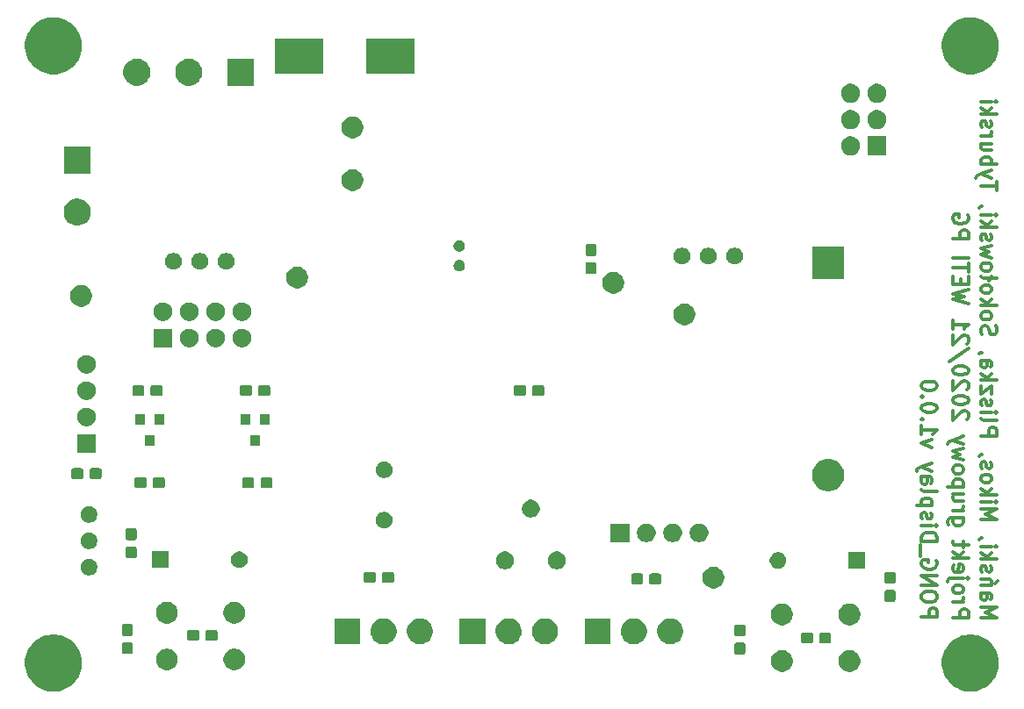
<source format=gbr>
G04 #@! TF.GenerationSoftware,KiCad,Pcbnew,(5.1.5)-3*
G04 #@! TF.CreationDate,2021-01-23T10:44:03+01:00*
G04 #@! TF.ProjectId,PONG_Display,504f4e47-5f44-4697-9370-6c61792e6b69,rev?*
G04 #@! TF.SameCoordinates,Original*
G04 #@! TF.FileFunction,Soldermask,Bot*
G04 #@! TF.FilePolarity,Negative*
%FSLAX46Y46*%
G04 Gerber Fmt 4.6, Leading zero omitted, Abs format (unit mm)*
G04 Created by KiCad (PCBNEW (5.1.5)-3) date 2021-01-23 10:44:03*
%MOMM*%
%LPD*%
G04 APERTURE LIST*
%ADD10C,0.300000*%
%ADD11C,0.100000*%
G04 APERTURE END LIST*
D10*
X99821428Y-70071428D02*
X101321428Y-70071428D01*
X101321428Y-69500000D01*
X101250000Y-69357142D01*
X101178571Y-69285714D01*
X101035714Y-69214285D01*
X100821428Y-69214285D01*
X100678571Y-69285714D01*
X100607142Y-69357142D01*
X100535714Y-69500000D01*
X100535714Y-70071428D01*
X101321428Y-68285714D02*
X101321428Y-68000000D01*
X101250000Y-67857142D01*
X101107142Y-67714285D01*
X100821428Y-67642857D01*
X100321428Y-67642857D01*
X100035714Y-67714285D01*
X99892857Y-67857142D01*
X99821428Y-68000000D01*
X99821428Y-68285714D01*
X99892857Y-68428571D01*
X100035714Y-68571428D01*
X100321428Y-68642857D01*
X100821428Y-68642857D01*
X101107142Y-68571428D01*
X101250000Y-68428571D01*
X101321428Y-68285714D01*
X99821428Y-67000000D02*
X101321428Y-67000000D01*
X99821428Y-66142857D01*
X101321428Y-66142857D01*
X101250000Y-64642857D02*
X101321428Y-64785714D01*
X101321428Y-65000000D01*
X101250000Y-65214285D01*
X101107142Y-65357142D01*
X100964285Y-65428571D01*
X100678571Y-65500000D01*
X100464285Y-65500000D01*
X100178571Y-65428571D01*
X100035714Y-65357142D01*
X99892857Y-65214285D01*
X99821428Y-65000000D01*
X99821428Y-64857142D01*
X99892857Y-64642857D01*
X99964285Y-64571428D01*
X100464285Y-64571428D01*
X100464285Y-64857142D01*
X99678571Y-64285714D02*
X99678571Y-63142857D01*
X99821428Y-62785714D02*
X101321428Y-62785714D01*
X101321428Y-62428571D01*
X101250000Y-62214285D01*
X101107142Y-62071428D01*
X100964285Y-62000000D01*
X100678571Y-61928571D01*
X100464285Y-61928571D01*
X100178571Y-62000000D01*
X100035714Y-62071428D01*
X99892857Y-62214285D01*
X99821428Y-62428571D01*
X99821428Y-62785714D01*
X99821428Y-61285714D02*
X100821428Y-61285714D01*
X101321428Y-61285714D02*
X101250000Y-61357142D01*
X101178571Y-61285714D01*
X101250000Y-61214285D01*
X101321428Y-61285714D01*
X101178571Y-61285714D01*
X99892857Y-60642857D02*
X99821428Y-60500000D01*
X99821428Y-60214285D01*
X99892857Y-60071428D01*
X100035714Y-60000000D01*
X100107142Y-60000000D01*
X100250000Y-60071428D01*
X100321428Y-60214285D01*
X100321428Y-60428571D01*
X100392857Y-60571428D01*
X100535714Y-60642857D01*
X100607142Y-60642857D01*
X100750000Y-60571428D01*
X100821428Y-60428571D01*
X100821428Y-60214285D01*
X100750000Y-60071428D01*
X100821428Y-59357142D02*
X99321428Y-59357142D01*
X100750000Y-59357142D02*
X100821428Y-59214285D01*
X100821428Y-58928571D01*
X100750000Y-58785714D01*
X100678571Y-58714285D01*
X100535714Y-58642857D01*
X100107142Y-58642857D01*
X99964285Y-58714285D01*
X99892857Y-58785714D01*
X99821428Y-58928571D01*
X99821428Y-59214285D01*
X99892857Y-59357142D01*
X99821428Y-57785714D02*
X99892857Y-57928571D01*
X100035714Y-58000000D01*
X101321428Y-58000000D01*
X99821428Y-56571428D02*
X100607142Y-56571428D01*
X100750000Y-56642857D01*
X100821428Y-56785714D01*
X100821428Y-57071428D01*
X100750000Y-57214285D01*
X99892857Y-56571428D02*
X99821428Y-56714285D01*
X99821428Y-57071428D01*
X99892857Y-57214285D01*
X100035714Y-57285714D01*
X100178571Y-57285714D01*
X100321428Y-57214285D01*
X100392857Y-57071428D01*
X100392857Y-56714285D01*
X100464285Y-56571428D01*
X100821428Y-56000000D02*
X99821428Y-55642857D01*
X100821428Y-55285714D02*
X99821428Y-55642857D01*
X99464285Y-55785714D01*
X99392857Y-55857142D01*
X99321428Y-56000000D01*
X100821428Y-53714285D02*
X99821428Y-53357142D01*
X100821428Y-53000000D01*
X99821428Y-51642857D02*
X99821428Y-52500000D01*
X99821428Y-52071428D02*
X101321428Y-52071428D01*
X101107142Y-52214285D01*
X100964285Y-52357142D01*
X100892857Y-52500000D01*
X99964285Y-51000000D02*
X99892857Y-50928571D01*
X99821428Y-51000000D01*
X99892857Y-51071428D01*
X99964285Y-51000000D01*
X99821428Y-51000000D01*
X101321428Y-50000000D02*
X101321428Y-49857142D01*
X101250000Y-49714285D01*
X101178571Y-49642857D01*
X101035714Y-49571428D01*
X100750000Y-49500000D01*
X100392857Y-49500000D01*
X100107142Y-49571428D01*
X99964285Y-49642857D01*
X99892857Y-49714285D01*
X99821428Y-49857142D01*
X99821428Y-50000000D01*
X99892857Y-50142857D01*
X99964285Y-50214285D01*
X100107142Y-50285714D01*
X100392857Y-50357142D01*
X100750000Y-50357142D01*
X101035714Y-50285714D01*
X101178571Y-50214285D01*
X101250000Y-50142857D01*
X101321428Y-50000000D01*
X99964285Y-48857142D02*
X99892857Y-48785714D01*
X99821428Y-48857142D01*
X99892857Y-48928571D01*
X99964285Y-48857142D01*
X99821428Y-48857142D01*
X101321428Y-47857142D02*
X101321428Y-47714285D01*
X101250000Y-47571428D01*
X101178571Y-47500000D01*
X101035714Y-47428571D01*
X100750000Y-47357142D01*
X100392857Y-47357142D01*
X100107142Y-47428571D01*
X99964285Y-47500000D01*
X99892857Y-47571428D01*
X99821428Y-47714285D01*
X99821428Y-47857142D01*
X99892857Y-48000000D01*
X99964285Y-48071428D01*
X100107142Y-48142857D01*
X100392857Y-48214285D01*
X100750000Y-48214285D01*
X101035714Y-48142857D01*
X101178571Y-48071428D01*
X101250000Y-48000000D01*
X101321428Y-47857142D01*
X102821428Y-70178571D02*
X104321428Y-70178571D01*
X104321428Y-69607142D01*
X104250000Y-69464285D01*
X104178571Y-69392857D01*
X104035714Y-69321428D01*
X103821428Y-69321428D01*
X103678571Y-69392857D01*
X103607142Y-69464285D01*
X103535714Y-69607142D01*
X103535714Y-70178571D01*
X102821428Y-68678571D02*
X103821428Y-68678571D01*
X103535714Y-68678571D02*
X103678571Y-68607142D01*
X103750000Y-68535714D01*
X103821428Y-68392857D01*
X103821428Y-68250000D01*
X102821428Y-67535714D02*
X102892857Y-67678571D01*
X102964285Y-67750000D01*
X103107142Y-67821428D01*
X103535714Y-67821428D01*
X103678571Y-67750000D01*
X103750000Y-67678571D01*
X103821428Y-67535714D01*
X103821428Y-67321428D01*
X103750000Y-67178571D01*
X103678571Y-67107142D01*
X103535714Y-67035714D01*
X103107142Y-67035714D01*
X102964285Y-67107142D01*
X102892857Y-67178571D01*
X102821428Y-67321428D01*
X102821428Y-67535714D01*
X103821428Y-66392857D02*
X102535714Y-66392857D01*
X102392857Y-66464285D01*
X102321428Y-66607142D01*
X102321428Y-66678571D01*
X104321428Y-66392857D02*
X104250000Y-66464285D01*
X104178571Y-66392857D01*
X104250000Y-66321428D01*
X104321428Y-66392857D01*
X104178571Y-66392857D01*
X102892857Y-65107142D02*
X102821428Y-65250000D01*
X102821428Y-65535714D01*
X102892857Y-65678571D01*
X103035714Y-65750000D01*
X103607142Y-65750000D01*
X103750000Y-65678571D01*
X103821428Y-65535714D01*
X103821428Y-65250000D01*
X103750000Y-65107142D01*
X103607142Y-65035714D01*
X103464285Y-65035714D01*
X103321428Y-65750000D01*
X102821428Y-64392857D02*
X104321428Y-64392857D01*
X103392857Y-64250000D02*
X102821428Y-63821428D01*
X103821428Y-63821428D02*
X103250000Y-64392857D01*
X103821428Y-63392857D02*
X103821428Y-62821428D01*
X104321428Y-63178571D02*
X103035714Y-63178571D01*
X102892857Y-63107142D01*
X102821428Y-62964285D01*
X102821428Y-62821428D01*
X103821428Y-60535714D02*
X102607142Y-60535714D01*
X102464285Y-60607142D01*
X102392857Y-60678571D01*
X102321428Y-60821428D01*
X102321428Y-61035714D01*
X102392857Y-61178571D01*
X102892857Y-60535714D02*
X102821428Y-60678571D01*
X102821428Y-60964285D01*
X102892857Y-61107142D01*
X102964285Y-61178571D01*
X103107142Y-61250000D01*
X103535714Y-61250000D01*
X103678571Y-61178571D01*
X103750000Y-61107142D01*
X103821428Y-60964285D01*
X103821428Y-60678571D01*
X103750000Y-60535714D01*
X102821428Y-59821428D02*
X103821428Y-59821428D01*
X103535714Y-59821428D02*
X103678571Y-59750000D01*
X103750000Y-59678571D01*
X103821428Y-59535714D01*
X103821428Y-59392857D01*
X103821428Y-58250000D02*
X102821428Y-58250000D01*
X103821428Y-58892857D02*
X103035714Y-58892857D01*
X102892857Y-58821428D01*
X102821428Y-58678571D01*
X102821428Y-58464285D01*
X102892857Y-58321428D01*
X102964285Y-58250000D01*
X103821428Y-57535714D02*
X102321428Y-57535714D01*
X103750000Y-57535714D02*
X103821428Y-57392857D01*
X103821428Y-57107142D01*
X103750000Y-56964285D01*
X103678571Y-56892857D01*
X103535714Y-56821428D01*
X103107142Y-56821428D01*
X102964285Y-56892857D01*
X102892857Y-56964285D01*
X102821428Y-57107142D01*
X102821428Y-57392857D01*
X102892857Y-57535714D01*
X102821428Y-55964285D02*
X102892857Y-56107142D01*
X102964285Y-56178571D01*
X103107142Y-56250000D01*
X103535714Y-56250000D01*
X103678571Y-56178571D01*
X103750000Y-56107142D01*
X103821428Y-55964285D01*
X103821428Y-55750000D01*
X103750000Y-55607142D01*
X103678571Y-55535714D01*
X103535714Y-55464285D01*
X103107142Y-55464285D01*
X102964285Y-55535714D01*
X102892857Y-55607142D01*
X102821428Y-55750000D01*
X102821428Y-55964285D01*
X103821428Y-54964285D02*
X102821428Y-54678571D01*
X103535714Y-54392857D01*
X102821428Y-54107142D01*
X103821428Y-53821428D01*
X103821428Y-53392857D02*
X102821428Y-53035714D01*
X103821428Y-52678571D02*
X102821428Y-53035714D01*
X102464285Y-53178571D01*
X102392857Y-53250000D01*
X102321428Y-53392857D01*
X104178571Y-51035714D02*
X104250000Y-50964285D01*
X104321428Y-50821428D01*
X104321428Y-50464285D01*
X104250000Y-50321428D01*
X104178571Y-50250000D01*
X104035714Y-50178571D01*
X103892857Y-50178571D01*
X103678571Y-50250000D01*
X102821428Y-51107142D01*
X102821428Y-50178571D01*
X104321428Y-49250000D02*
X104321428Y-49107142D01*
X104250000Y-48964285D01*
X104178571Y-48892857D01*
X104035714Y-48821428D01*
X103750000Y-48750000D01*
X103392857Y-48750000D01*
X103107142Y-48821428D01*
X102964285Y-48892857D01*
X102892857Y-48964285D01*
X102821428Y-49107142D01*
X102821428Y-49250000D01*
X102892857Y-49392857D01*
X102964285Y-49464285D01*
X103107142Y-49535714D01*
X103392857Y-49607142D01*
X103750000Y-49607142D01*
X104035714Y-49535714D01*
X104178571Y-49464285D01*
X104250000Y-49392857D01*
X104321428Y-49250000D01*
X104178571Y-48178571D02*
X104250000Y-48107142D01*
X104321428Y-47964285D01*
X104321428Y-47607142D01*
X104250000Y-47464285D01*
X104178571Y-47392857D01*
X104035714Y-47321428D01*
X103892857Y-47321428D01*
X103678571Y-47392857D01*
X102821428Y-48250000D01*
X102821428Y-47321428D01*
X104321428Y-46392857D02*
X104321428Y-46250000D01*
X104250000Y-46107142D01*
X104178571Y-46035714D01*
X104035714Y-45964285D01*
X103750000Y-45892857D01*
X103392857Y-45892857D01*
X103107142Y-45964285D01*
X102964285Y-46035714D01*
X102892857Y-46107142D01*
X102821428Y-46250000D01*
X102821428Y-46392857D01*
X102892857Y-46535714D01*
X102964285Y-46607142D01*
X103107142Y-46678571D01*
X103392857Y-46750000D01*
X103750000Y-46750000D01*
X104035714Y-46678571D01*
X104178571Y-46607142D01*
X104250000Y-46535714D01*
X104321428Y-46392857D01*
X104392857Y-44178571D02*
X102464285Y-45464285D01*
X104178571Y-43750000D02*
X104250000Y-43678571D01*
X104321428Y-43535714D01*
X104321428Y-43178571D01*
X104250000Y-43035714D01*
X104178571Y-42964285D01*
X104035714Y-42892857D01*
X103892857Y-42892857D01*
X103678571Y-42964285D01*
X102821428Y-43821428D01*
X102821428Y-42892857D01*
X102821428Y-41464285D02*
X102821428Y-42321428D01*
X102821428Y-41892857D02*
X104321428Y-41892857D01*
X104107142Y-42035714D01*
X103964285Y-42178571D01*
X103892857Y-42321428D01*
X104321428Y-39821428D02*
X102821428Y-39464285D01*
X103892857Y-39178571D01*
X102821428Y-38892857D01*
X104321428Y-38535714D01*
X103607142Y-37964285D02*
X103607142Y-37464285D01*
X102821428Y-37250000D02*
X102821428Y-37964285D01*
X104321428Y-37964285D01*
X104321428Y-37250000D01*
X104321428Y-36821428D02*
X104321428Y-35964285D01*
X102821428Y-36392857D02*
X104321428Y-36392857D01*
X102821428Y-35464285D02*
X104321428Y-35464285D01*
X102821428Y-33607142D02*
X104321428Y-33607142D01*
X104321428Y-33035714D01*
X104250000Y-32892857D01*
X104178571Y-32821428D01*
X104035714Y-32750000D01*
X103821428Y-32750000D01*
X103678571Y-32821428D01*
X103607142Y-32892857D01*
X103535714Y-33035714D01*
X103535714Y-33607142D01*
X104250000Y-31321428D02*
X104321428Y-31464285D01*
X104321428Y-31678571D01*
X104250000Y-31892857D01*
X104107142Y-32035714D01*
X103964285Y-32107142D01*
X103678571Y-32178571D01*
X103464285Y-32178571D01*
X103178571Y-32107142D01*
X103035714Y-32035714D01*
X102892857Y-31892857D01*
X102821428Y-31678571D01*
X102821428Y-31535714D01*
X102892857Y-31321428D01*
X102964285Y-31250000D01*
X103464285Y-31250000D01*
X103464285Y-31535714D01*
X105571428Y-70142857D02*
X107071428Y-70142857D01*
X106000000Y-69642857D01*
X107071428Y-69142857D01*
X105571428Y-69142857D01*
X105571428Y-67785714D02*
X106357142Y-67785714D01*
X106500000Y-67857142D01*
X106571428Y-68000000D01*
X106571428Y-68285714D01*
X106500000Y-68428571D01*
X105642857Y-67785714D02*
X105571428Y-67928571D01*
X105571428Y-68285714D01*
X105642857Y-68428571D01*
X105785714Y-68500000D01*
X105928571Y-68500000D01*
X106071428Y-68428571D01*
X106142857Y-68285714D01*
X106142857Y-67928571D01*
X106214285Y-67785714D01*
X106571428Y-67071428D02*
X105571428Y-67071428D01*
X106428571Y-67071428D02*
X106500000Y-67000000D01*
X106571428Y-66857142D01*
X106571428Y-66642857D01*
X106500000Y-66500000D01*
X106357142Y-66428571D01*
X105571428Y-66428571D01*
X107142857Y-66642857D02*
X106928571Y-66857142D01*
X105642857Y-65785714D02*
X105571428Y-65642857D01*
X105571428Y-65357142D01*
X105642857Y-65214285D01*
X105785714Y-65142857D01*
X105857142Y-65142857D01*
X106000000Y-65214285D01*
X106071428Y-65357142D01*
X106071428Y-65571428D01*
X106142857Y-65714285D01*
X106285714Y-65785714D01*
X106357142Y-65785714D01*
X106500000Y-65714285D01*
X106571428Y-65571428D01*
X106571428Y-65357142D01*
X106500000Y-65214285D01*
X105571428Y-64500000D02*
X107071428Y-64500000D01*
X106142857Y-64357142D02*
X105571428Y-63928571D01*
X106571428Y-63928571D02*
X106000000Y-64500000D01*
X105571428Y-63285714D02*
X106571428Y-63285714D01*
X107071428Y-63285714D02*
X107000000Y-63357142D01*
X106928571Y-63285714D01*
X107000000Y-63214285D01*
X107071428Y-63285714D01*
X106928571Y-63285714D01*
X105642857Y-62500000D02*
X105571428Y-62500000D01*
X105428571Y-62571428D01*
X105357142Y-62642857D01*
X105571428Y-60714285D02*
X107071428Y-60714285D01*
X106000000Y-60214285D01*
X107071428Y-59714285D01*
X105571428Y-59714285D01*
X105571428Y-59000000D02*
X106571428Y-59000000D01*
X107071428Y-59000000D02*
X107000000Y-59071428D01*
X106928571Y-59000000D01*
X107000000Y-58928571D01*
X107071428Y-59000000D01*
X106928571Y-59000000D01*
X105571428Y-58285714D02*
X107071428Y-58285714D01*
X106142857Y-58142857D02*
X105571428Y-57714285D01*
X106571428Y-57714285D02*
X106000000Y-58285714D01*
X105571428Y-56857142D02*
X105642857Y-57000000D01*
X105714285Y-57071428D01*
X105857142Y-57142857D01*
X106285714Y-57142857D01*
X106428571Y-57071428D01*
X106500000Y-57000000D01*
X106571428Y-56857142D01*
X106571428Y-56642857D01*
X106500000Y-56500000D01*
X106428571Y-56428571D01*
X106285714Y-56357142D01*
X105857142Y-56357142D01*
X105714285Y-56428571D01*
X105642857Y-56500000D01*
X105571428Y-56642857D01*
X105571428Y-56857142D01*
X105642857Y-55785714D02*
X105571428Y-55642857D01*
X105571428Y-55357142D01*
X105642857Y-55214285D01*
X105785714Y-55142857D01*
X105857142Y-55142857D01*
X106000000Y-55214285D01*
X106071428Y-55357142D01*
X106071428Y-55571428D01*
X106142857Y-55714285D01*
X106285714Y-55785714D01*
X106357142Y-55785714D01*
X106500000Y-55714285D01*
X106571428Y-55571428D01*
X106571428Y-55357142D01*
X106500000Y-55214285D01*
X105642857Y-54428571D02*
X105571428Y-54428571D01*
X105428571Y-54499999D01*
X105357142Y-54571428D01*
X105571428Y-52642857D02*
X107071428Y-52642857D01*
X107071428Y-52071428D01*
X107000000Y-51928571D01*
X106928571Y-51857142D01*
X106785714Y-51785714D01*
X106571428Y-51785714D01*
X106428571Y-51857142D01*
X106357142Y-51928571D01*
X106285714Y-52071428D01*
X106285714Y-52642857D01*
X105571428Y-50928571D02*
X105642857Y-51071428D01*
X105785714Y-51142857D01*
X107071428Y-51142857D01*
X105571428Y-50357142D02*
X106571428Y-50357142D01*
X107071428Y-50357142D02*
X107000000Y-50428571D01*
X106928571Y-50357142D01*
X107000000Y-50285714D01*
X107071428Y-50357142D01*
X106928571Y-50357142D01*
X105642857Y-49714285D02*
X105571428Y-49571428D01*
X105571428Y-49285714D01*
X105642857Y-49142857D01*
X105785714Y-49071428D01*
X105857142Y-49071428D01*
X106000000Y-49142857D01*
X106071428Y-49285714D01*
X106071428Y-49499999D01*
X106142857Y-49642857D01*
X106285714Y-49714285D01*
X106357142Y-49714285D01*
X106500000Y-49642857D01*
X106571428Y-49499999D01*
X106571428Y-49285714D01*
X106500000Y-49142857D01*
X106571428Y-48571428D02*
X106571428Y-47785714D01*
X105571428Y-48571428D01*
X105571428Y-47785714D01*
X105571428Y-47214285D02*
X107071428Y-47214285D01*
X106142857Y-47071428D02*
X105571428Y-46642857D01*
X106571428Y-46642857D02*
X106000000Y-47214285D01*
X105571428Y-45357142D02*
X106357142Y-45357142D01*
X106500000Y-45428571D01*
X106571428Y-45571428D01*
X106571428Y-45857142D01*
X106500000Y-45999999D01*
X105642857Y-45357142D02*
X105571428Y-45499999D01*
X105571428Y-45857142D01*
X105642857Y-45999999D01*
X105785714Y-46071428D01*
X105928571Y-46071428D01*
X106071428Y-45999999D01*
X106142857Y-45857142D01*
X106142857Y-45499999D01*
X106214285Y-45357142D01*
X105642857Y-44571428D02*
X105571428Y-44571428D01*
X105428571Y-44642857D01*
X105357142Y-44714285D01*
X105642857Y-42857142D02*
X105571428Y-42642857D01*
X105571428Y-42285714D01*
X105642857Y-42142857D01*
X105714285Y-42071428D01*
X105857142Y-42000000D01*
X106000000Y-42000000D01*
X106142857Y-42071428D01*
X106214285Y-42142857D01*
X106285714Y-42285714D01*
X106357142Y-42571428D01*
X106428571Y-42714285D01*
X106500000Y-42785714D01*
X106642857Y-42857142D01*
X106785714Y-42857142D01*
X106928571Y-42785714D01*
X107000000Y-42714285D01*
X107071428Y-42571428D01*
X107071428Y-42214285D01*
X107000000Y-42000000D01*
X105571428Y-41142857D02*
X105642857Y-41285714D01*
X105714285Y-41357142D01*
X105857142Y-41428571D01*
X106285714Y-41428571D01*
X106428571Y-41357142D01*
X106500000Y-41285714D01*
X106571428Y-41142857D01*
X106571428Y-40928571D01*
X106500000Y-40785714D01*
X106428571Y-40714285D01*
X106285714Y-40642857D01*
X105857142Y-40642857D01*
X105714285Y-40714285D01*
X105642857Y-40785714D01*
X105571428Y-40928571D01*
X105571428Y-41142857D01*
X105571428Y-39999999D02*
X107071428Y-39999999D01*
X106142857Y-39857142D02*
X105571428Y-39428571D01*
X106571428Y-39428571D02*
X106000000Y-39999999D01*
X105571428Y-38571428D02*
X105642857Y-38714285D01*
X105714285Y-38785714D01*
X105857142Y-38857142D01*
X106285714Y-38857142D01*
X106428571Y-38785714D01*
X106500000Y-38714285D01*
X106571428Y-38571428D01*
X106571428Y-38357142D01*
X106500000Y-38214285D01*
X106428571Y-38142857D01*
X106285714Y-38071428D01*
X105857142Y-38071428D01*
X105714285Y-38142857D01*
X105642857Y-38214285D01*
X105571428Y-38357142D01*
X105571428Y-38571428D01*
X105571428Y-37214285D02*
X105642857Y-37357142D01*
X105785714Y-37428571D01*
X107071428Y-37428571D01*
X106285714Y-37642857D02*
X106571428Y-37214285D01*
X105571428Y-36428571D02*
X105642857Y-36571428D01*
X105714285Y-36642857D01*
X105857142Y-36714285D01*
X106285714Y-36714285D01*
X106428571Y-36642857D01*
X106500000Y-36571428D01*
X106571428Y-36428571D01*
X106571428Y-36214285D01*
X106500000Y-36071428D01*
X106428571Y-35999999D01*
X106285714Y-35928571D01*
X105857142Y-35928571D01*
X105714285Y-35999999D01*
X105642857Y-36071428D01*
X105571428Y-36214285D01*
X105571428Y-36428571D01*
X106571428Y-35428571D02*
X105571428Y-35142857D01*
X106285714Y-34857142D01*
X105571428Y-34571428D01*
X106571428Y-34285714D01*
X105642857Y-33785714D02*
X105571428Y-33642857D01*
X105571428Y-33357142D01*
X105642857Y-33214285D01*
X105785714Y-33142857D01*
X105857142Y-33142857D01*
X106000000Y-33214285D01*
X106071428Y-33357142D01*
X106071428Y-33571428D01*
X106142857Y-33714285D01*
X106285714Y-33785714D01*
X106357142Y-33785714D01*
X106500000Y-33714285D01*
X106571428Y-33571428D01*
X106571428Y-33357142D01*
X106500000Y-33214285D01*
X105571428Y-32499999D02*
X107071428Y-32499999D01*
X106142857Y-32357142D02*
X105571428Y-31928571D01*
X106571428Y-31928571D02*
X106000000Y-32499999D01*
X105571428Y-31285714D02*
X106571428Y-31285714D01*
X107071428Y-31285714D02*
X107000000Y-31357142D01*
X106928571Y-31285714D01*
X107000000Y-31214285D01*
X107071428Y-31285714D01*
X106928571Y-31285714D01*
X105642857Y-30499999D02*
X105571428Y-30499999D01*
X105428571Y-30571428D01*
X105357142Y-30642857D01*
X107071428Y-28928571D02*
X107071428Y-28071428D01*
X105571428Y-28499999D02*
X107071428Y-28499999D01*
X106571428Y-27714285D02*
X105571428Y-27357142D01*
X106571428Y-26999999D02*
X105571428Y-27357142D01*
X105214285Y-27499999D01*
X105142857Y-27571428D01*
X105071428Y-27714285D01*
X105571428Y-26428571D02*
X107071428Y-26428571D01*
X106500000Y-26428571D02*
X106571428Y-26285714D01*
X106571428Y-25999999D01*
X106500000Y-25857142D01*
X106428571Y-25785714D01*
X106285714Y-25714285D01*
X105857142Y-25714285D01*
X105714285Y-25785714D01*
X105642857Y-25857142D01*
X105571428Y-25999999D01*
X105571428Y-26285714D01*
X105642857Y-26428571D01*
X106571428Y-24428571D02*
X105571428Y-24428571D01*
X106571428Y-25071428D02*
X105785714Y-25071428D01*
X105642857Y-24999999D01*
X105571428Y-24857142D01*
X105571428Y-24642857D01*
X105642857Y-24499999D01*
X105714285Y-24428571D01*
X105571428Y-23714285D02*
X106571428Y-23714285D01*
X106285714Y-23714285D02*
X106428571Y-23642857D01*
X106500000Y-23571428D01*
X106571428Y-23428571D01*
X106571428Y-23285714D01*
X105642857Y-22857142D02*
X105571428Y-22714285D01*
X105571428Y-22428571D01*
X105642857Y-22285714D01*
X105785714Y-22214285D01*
X105857142Y-22214285D01*
X106000000Y-22285714D01*
X106071428Y-22428571D01*
X106071428Y-22642857D01*
X106142857Y-22785714D01*
X106285714Y-22857142D01*
X106357142Y-22857142D01*
X106500000Y-22785714D01*
X106571428Y-22642857D01*
X106571428Y-22428571D01*
X106500000Y-22285714D01*
X105571428Y-21571428D02*
X107071428Y-21571428D01*
X106142857Y-21428571D02*
X105571428Y-20999999D01*
X106571428Y-20999999D02*
X106000000Y-21571428D01*
X105571428Y-20357142D02*
X106571428Y-20357142D01*
X107071428Y-20357142D02*
X107000000Y-20428571D01*
X106928571Y-20357142D01*
X107000000Y-20285714D01*
X107071428Y-20357142D01*
X106928571Y-20357142D01*
D11*
G36*
X104977475Y-71834903D02*
G01*
X105323437Y-71903719D01*
X105824087Y-72111095D01*
X105951618Y-72196309D01*
X106274660Y-72412158D01*
X106657842Y-72795340D01*
X106838316Y-73065439D01*
X106958905Y-73245913D01*
X107152793Y-73714000D01*
X107166281Y-73746564D01*
X107272000Y-74278049D01*
X107272000Y-74819951D01*
X107236186Y-75000000D01*
X107166281Y-75351437D01*
X106958905Y-75852087D01*
X106902521Y-75936471D01*
X106657842Y-76302660D01*
X106274660Y-76685842D01*
X106011774Y-76861496D01*
X105824087Y-76986905D01*
X105323437Y-77194281D01*
X105057693Y-77247141D01*
X104791951Y-77300000D01*
X104250049Y-77300000D01*
X103984307Y-77247141D01*
X103718563Y-77194281D01*
X103217913Y-76986905D01*
X103030226Y-76861496D01*
X102767340Y-76685842D01*
X102384158Y-76302660D01*
X102139479Y-75936471D01*
X102083095Y-75852087D01*
X101875719Y-75351437D01*
X101805814Y-75000000D01*
X101770000Y-74819951D01*
X101770000Y-74278049D01*
X101875719Y-73746564D01*
X101889207Y-73714000D01*
X102083095Y-73245913D01*
X102203684Y-73065439D01*
X102384158Y-72795340D01*
X102767340Y-72412158D01*
X103090382Y-72196309D01*
X103217913Y-72111095D01*
X103718563Y-71903719D01*
X104064525Y-71834903D01*
X104250049Y-71798000D01*
X104791951Y-71798000D01*
X104977475Y-71834903D01*
G37*
G36*
X16578475Y-71834903D02*
G01*
X16924437Y-71903719D01*
X17425087Y-72111095D01*
X17552618Y-72196309D01*
X17875660Y-72412158D01*
X18258842Y-72795340D01*
X18439316Y-73065439D01*
X18559905Y-73245913D01*
X18753793Y-73714000D01*
X18767281Y-73746564D01*
X18873000Y-74278049D01*
X18873000Y-74819951D01*
X18837186Y-75000000D01*
X18767281Y-75351437D01*
X18559905Y-75852087D01*
X18503521Y-75936471D01*
X18258842Y-76302660D01*
X17875660Y-76685842D01*
X17612774Y-76861496D01*
X17425087Y-76986905D01*
X16924437Y-77194281D01*
X16658693Y-77247141D01*
X16392951Y-77300000D01*
X15851049Y-77300000D01*
X15585307Y-77247141D01*
X15319563Y-77194281D01*
X14818913Y-76986905D01*
X14631226Y-76861496D01*
X14368340Y-76685842D01*
X13985158Y-76302660D01*
X13740479Y-75936471D01*
X13684095Y-75852087D01*
X13476719Y-75351437D01*
X13406814Y-75000000D01*
X13371000Y-74819951D01*
X13371000Y-74278049D01*
X13476719Y-73746564D01*
X13490207Y-73714000D01*
X13684095Y-73245913D01*
X13804684Y-73065439D01*
X13985158Y-72795340D01*
X14368340Y-72412158D01*
X14691382Y-72196309D01*
X14818913Y-72111095D01*
X15319563Y-71903719D01*
X15665525Y-71834903D01*
X15851049Y-71798000D01*
X16392951Y-71798000D01*
X16578475Y-71834903D01*
G37*
G36*
X93166564Y-73339389D02*
G01*
X93357833Y-73418615D01*
X93357835Y-73418616D01*
X93529973Y-73533635D01*
X93676365Y-73680027D01*
X93720824Y-73746564D01*
X93791385Y-73852167D01*
X93870611Y-74043436D01*
X93911000Y-74246484D01*
X93911000Y-74453516D01*
X93870611Y-74656564D01*
X93802934Y-74819950D01*
X93791384Y-74847835D01*
X93676365Y-75019973D01*
X93529973Y-75166365D01*
X93357835Y-75281384D01*
X93357834Y-75281385D01*
X93357833Y-75281385D01*
X93166564Y-75360611D01*
X92963516Y-75401000D01*
X92756484Y-75401000D01*
X92553436Y-75360611D01*
X92362167Y-75281385D01*
X92362166Y-75281385D01*
X92362165Y-75281384D01*
X92190027Y-75166365D01*
X92043635Y-75019973D01*
X91928616Y-74847835D01*
X91917066Y-74819950D01*
X91849389Y-74656564D01*
X91809000Y-74453516D01*
X91809000Y-74246484D01*
X91849389Y-74043436D01*
X91928615Y-73852167D01*
X91999177Y-73746564D01*
X92043635Y-73680027D01*
X92190027Y-73533635D01*
X92362165Y-73418616D01*
X92362167Y-73418615D01*
X92553436Y-73339389D01*
X92756484Y-73299000D01*
X92963516Y-73299000D01*
X93166564Y-73339389D01*
G37*
G36*
X86666564Y-73339389D02*
G01*
X86857833Y-73418615D01*
X86857835Y-73418616D01*
X87029973Y-73533635D01*
X87176365Y-73680027D01*
X87220824Y-73746564D01*
X87291385Y-73852167D01*
X87370611Y-74043436D01*
X87411000Y-74246484D01*
X87411000Y-74453516D01*
X87370611Y-74656564D01*
X87302934Y-74819950D01*
X87291384Y-74847835D01*
X87176365Y-75019973D01*
X87029973Y-75166365D01*
X86857835Y-75281384D01*
X86857834Y-75281385D01*
X86857833Y-75281385D01*
X86666564Y-75360611D01*
X86463516Y-75401000D01*
X86256484Y-75401000D01*
X86053436Y-75360611D01*
X85862167Y-75281385D01*
X85862166Y-75281385D01*
X85862165Y-75281384D01*
X85690027Y-75166365D01*
X85543635Y-75019973D01*
X85428616Y-74847835D01*
X85417066Y-74819950D01*
X85349389Y-74656564D01*
X85309000Y-74453516D01*
X85309000Y-74246484D01*
X85349389Y-74043436D01*
X85428615Y-73852167D01*
X85499177Y-73746564D01*
X85543635Y-73680027D01*
X85690027Y-73533635D01*
X85862165Y-73418616D01*
X85862167Y-73418615D01*
X86053436Y-73339389D01*
X86256484Y-73299000D01*
X86463516Y-73299000D01*
X86666564Y-73339389D01*
G37*
G36*
X33857564Y-73181389D02*
G01*
X34019973Y-73248661D01*
X34048835Y-73260616D01*
X34220973Y-73375635D01*
X34367365Y-73522027D01*
X34474924Y-73683000D01*
X34482385Y-73694167D01*
X34561611Y-73885436D01*
X34602000Y-74088484D01*
X34602000Y-74295516D01*
X34561611Y-74498564D01*
X34559119Y-74504580D01*
X34482384Y-74689835D01*
X34367365Y-74861973D01*
X34220973Y-75008365D01*
X34048835Y-75123384D01*
X34048834Y-75123385D01*
X34048833Y-75123385D01*
X33857564Y-75202611D01*
X33654516Y-75243000D01*
X33447484Y-75243000D01*
X33244436Y-75202611D01*
X33053167Y-75123385D01*
X33053166Y-75123385D01*
X33053165Y-75123384D01*
X32881027Y-75008365D01*
X32734635Y-74861973D01*
X32619616Y-74689835D01*
X32542881Y-74504580D01*
X32540389Y-74498564D01*
X32500000Y-74295516D01*
X32500000Y-74088484D01*
X32540389Y-73885436D01*
X32619615Y-73694167D01*
X32627077Y-73683000D01*
X32734635Y-73522027D01*
X32881027Y-73375635D01*
X33053165Y-73260616D01*
X33082027Y-73248661D01*
X33244436Y-73181389D01*
X33447484Y-73141000D01*
X33654516Y-73141000D01*
X33857564Y-73181389D01*
G37*
G36*
X27357564Y-73181389D02*
G01*
X27519973Y-73248661D01*
X27548835Y-73260616D01*
X27720973Y-73375635D01*
X27867365Y-73522027D01*
X27974924Y-73683000D01*
X27982385Y-73694167D01*
X28061611Y-73885436D01*
X28102000Y-74088484D01*
X28102000Y-74295516D01*
X28061611Y-74498564D01*
X28059119Y-74504580D01*
X27982384Y-74689835D01*
X27867365Y-74861973D01*
X27720973Y-75008365D01*
X27548835Y-75123384D01*
X27548834Y-75123385D01*
X27548833Y-75123385D01*
X27357564Y-75202611D01*
X27154516Y-75243000D01*
X26947484Y-75243000D01*
X26744436Y-75202611D01*
X26553167Y-75123385D01*
X26553166Y-75123385D01*
X26553165Y-75123384D01*
X26381027Y-75008365D01*
X26234635Y-74861973D01*
X26119616Y-74689835D01*
X26042881Y-74504580D01*
X26040389Y-74498564D01*
X26000000Y-74295516D01*
X26000000Y-74088484D01*
X26040389Y-73885436D01*
X26119615Y-73694167D01*
X26127077Y-73683000D01*
X26234635Y-73522027D01*
X26381027Y-73375635D01*
X26553165Y-73260616D01*
X26582027Y-73248661D01*
X26744436Y-73181389D01*
X26947484Y-73141000D01*
X27154516Y-73141000D01*
X27357564Y-73181389D01*
G37*
G36*
X82660499Y-72566445D02*
G01*
X82697995Y-72577820D01*
X82732554Y-72596292D01*
X82762847Y-72621153D01*
X82787708Y-72651446D01*
X82806180Y-72686005D01*
X82817555Y-72723501D01*
X82822000Y-72768638D01*
X82822000Y-73507362D01*
X82817555Y-73552499D01*
X82806180Y-73589995D01*
X82787708Y-73624554D01*
X82762847Y-73654847D01*
X82732554Y-73679708D01*
X82697995Y-73698180D01*
X82660499Y-73709555D01*
X82615362Y-73714000D01*
X81976638Y-73714000D01*
X81931501Y-73709555D01*
X81894005Y-73698180D01*
X81859446Y-73679708D01*
X81829153Y-73654847D01*
X81804292Y-73624554D01*
X81785820Y-73589995D01*
X81774445Y-73552499D01*
X81770000Y-73507362D01*
X81770000Y-72768638D01*
X81774445Y-72723501D01*
X81785820Y-72686005D01*
X81804292Y-72651446D01*
X81829153Y-72621153D01*
X81859446Y-72596292D01*
X81894005Y-72577820D01*
X81931501Y-72566445D01*
X81976638Y-72562000D01*
X82615362Y-72562000D01*
X82660499Y-72566445D01*
G37*
G36*
X23605499Y-72535445D02*
G01*
X23642995Y-72546820D01*
X23677554Y-72565292D01*
X23707847Y-72590153D01*
X23732708Y-72620446D01*
X23751180Y-72655005D01*
X23762555Y-72692501D01*
X23767000Y-72737638D01*
X23767000Y-73476362D01*
X23762555Y-73521499D01*
X23751180Y-73558995D01*
X23732708Y-73593554D01*
X23707847Y-73623847D01*
X23677554Y-73648708D01*
X23642995Y-73667180D01*
X23605499Y-73678555D01*
X23560362Y-73683000D01*
X22921638Y-73683000D01*
X22876501Y-73678555D01*
X22839005Y-73667180D01*
X22804446Y-73648708D01*
X22774153Y-73623847D01*
X22749292Y-73593554D01*
X22730820Y-73558995D01*
X22719445Y-73521499D01*
X22715000Y-73476362D01*
X22715000Y-72737638D01*
X22719445Y-72692501D01*
X22730820Y-72655005D01*
X22749292Y-72620446D01*
X22774153Y-72590153D01*
X22804446Y-72565292D01*
X22839005Y-72546820D01*
X22876501Y-72535445D01*
X22921638Y-72531000D01*
X23560362Y-72531000D01*
X23605499Y-72535445D01*
G37*
G36*
X57766000Y-72721000D02*
G01*
X55264000Y-72721000D01*
X55264000Y-70219000D01*
X57766000Y-70219000D01*
X57766000Y-72721000D01*
G37*
G36*
X75944903Y-70267075D02*
G01*
X76139876Y-70347835D01*
X76172571Y-70361378D01*
X76377466Y-70498285D01*
X76551715Y-70672534D01*
X76683956Y-70870446D01*
X76688623Y-70877431D01*
X76782925Y-71105097D01*
X76831000Y-71346786D01*
X76831000Y-71593214D01*
X76795537Y-71771499D01*
X76782925Y-71834903D01*
X76688622Y-72062571D01*
X76551715Y-72267466D01*
X76377466Y-72441715D01*
X76172571Y-72578622D01*
X76172570Y-72578623D01*
X76172569Y-72578623D01*
X75944903Y-72672925D01*
X75703214Y-72721000D01*
X75456786Y-72721000D01*
X75215097Y-72672925D01*
X74987431Y-72578623D01*
X74987430Y-72578623D01*
X74987429Y-72578622D01*
X74782534Y-72441715D01*
X74608285Y-72267466D01*
X74471378Y-72062571D01*
X74377075Y-71834903D01*
X74364463Y-71771499D01*
X74329000Y-71593214D01*
X74329000Y-71346786D01*
X74377075Y-71105097D01*
X74471377Y-70877431D01*
X74476044Y-70870446D01*
X74608285Y-70672534D01*
X74782534Y-70498285D01*
X74987429Y-70361378D01*
X75020125Y-70347835D01*
X75215097Y-70267075D01*
X75456786Y-70219000D01*
X75703214Y-70219000D01*
X75944903Y-70267075D01*
G37*
G36*
X72444903Y-70267075D02*
G01*
X72639876Y-70347835D01*
X72672571Y-70361378D01*
X72877466Y-70498285D01*
X73051715Y-70672534D01*
X73183956Y-70870446D01*
X73188623Y-70877431D01*
X73282925Y-71105097D01*
X73331000Y-71346786D01*
X73331000Y-71593214D01*
X73295537Y-71771499D01*
X73282925Y-71834903D01*
X73188622Y-72062571D01*
X73051715Y-72267466D01*
X72877466Y-72441715D01*
X72672571Y-72578622D01*
X72672570Y-72578623D01*
X72672569Y-72578623D01*
X72444903Y-72672925D01*
X72203214Y-72721000D01*
X71956786Y-72721000D01*
X71715097Y-72672925D01*
X71487431Y-72578623D01*
X71487430Y-72578623D01*
X71487429Y-72578622D01*
X71282534Y-72441715D01*
X71108285Y-72267466D01*
X70971378Y-72062571D01*
X70877075Y-71834903D01*
X70864463Y-71771499D01*
X70829000Y-71593214D01*
X70829000Y-71346786D01*
X70877075Y-71105097D01*
X70971377Y-70877431D01*
X70976044Y-70870446D01*
X71108285Y-70672534D01*
X71282534Y-70498285D01*
X71487429Y-70361378D01*
X71520125Y-70347835D01*
X71715097Y-70267075D01*
X71956786Y-70219000D01*
X72203214Y-70219000D01*
X72444903Y-70267075D01*
G37*
G36*
X69831000Y-72721000D02*
G01*
X67329000Y-72721000D01*
X67329000Y-70219000D01*
X69831000Y-70219000D01*
X69831000Y-72721000D01*
G37*
G36*
X51814903Y-70267075D02*
G01*
X52009876Y-70347835D01*
X52042571Y-70361378D01*
X52247466Y-70498285D01*
X52421715Y-70672534D01*
X52553956Y-70870446D01*
X52558623Y-70877431D01*
X52652925Y-71105097D01*
X52701000Y-71346786D01*
X52701000Y-71593214D01*
X52665537Y-71771499D01*
X52652925Y-71834903D01*
X52558622Y-72062571D01*
X52421715Y-72267466D01*
X52247466Y-72441715D01*
X52042571Y-72578622D01*
X52042570Y-72578623D01*
X52042569Y-72578623D01*
X51814903Y-72672925D01*
X51573214Y-72721000D01*
X51326786Y-72721000D01*
X51085097Y-72672925D01*
X50857431Y-72578623D01*
X50857430Y-72578623D01*
X50857429Y-72578622D01*
X50652534Y-72441715D01*
X50478285Y-72267466D01*
X50341378Y-72062571D01*
X50247075Y-71834903D01*
X50234463Y-71771499D01*
X50199000Y-71593214D01*
X50199000Y-71346786D01*
X50247075Y-71105097D01*
X50341377Y-70877431D01*
X50346044Y-70870446D01*
X50478285Y-70672534D01*
X50652534Y-70498285D01*
X50857429Y-70361378D01*
X50890125Y-70347835D01*
X51085097Y-70267075D01*
X51326786Y-70219000D01*
X51573214Y-70219000D01*
X51814903Y-70267075D01*
G37*
G36*
X48314903Y-70267075D02*
G01*
X48509876Y-70347835D01*
X48542571Y-70361378D01*
X48747466Y-70498285D01*
X48921715Y-70672534D01*
X49053956Y-70870446D01*
X49058623Y-70877431D01*
X49152925Y-71105097D01*
X49201000Y-71346786D01*
X49201000Y-71593214D01*
X49165537Y-71771499D01*
X49152925Y-71834903D01*
X49058622Y-72062571D01*
X48921715Y-72267466D01*
X48747466Y-72441715D01*
X48542571Y-72578622D01*
X48542570Y-72578623D01*
X48542569Y-72578623D01*
X48314903Y-72672925D01*
X48073214Y-72721000D01*
X47826786Y-72721000D01*
X47585097Y-72672925D01*
X47357431Y-72578623D01*
X47357430Y-72578623D01*
X47357429Y-72578622D01*
X47152534Y-72441715D01*
X46978285Y-72267466D01*
X46841378Y-72062571D01*
X46747075Y-71834903D01*
X46734463Y-71771499D01*
X46699000Y-71593214D01*
X46699000Y-71346786D01*
X46747075Y-71105097D01*
X46841377Y-70877431D01*
X46846044Y-70870446D01*
X46978285Y-70672534D01*
X47152534Y-70498285D01*
X47357429Y-70361378D01*
X47390125Y-70347835D01*
X47585097Y-70267075D01*
X47826786Y-70219000D01*
X48073214Y-70219000D01*
X48314903Y-70267075D01*
G37*
G36*
X45701000Y-72721000D02*
G01*
X43199000Y-72721000D01*
X43199000Y-70219000D01*
X45701000Y-70219000D01*
X45701000Y-72721000D01*
G37*
G36*
X63879903Y-70267075D02*
G01*
X64074876Y-70347835D01*
X64107571Y-70361378D01*
X64312466Y-70498285D01*
X64486715Y-70672534D01*
X64618956Y-70870446D01*
X64623623Y-70877431D01*
X64717925Y-71105097D01*
X64766000Y-71346786D01*
X64766000Y-71593214D01*
X64730537Y-71771499D01*
X64717925Y-71834903D01*
X64623622Y-72062571D01*
X64486715Y-72267466D01*
X64312466Y-72441715D01*
X64107571Y-72578622D01*
X64107570Y-72578623D01*
X64107569Y-72578623D01*
X63879903Y-72672925D01*
X63638214Y-72721000D01*
X63391786Y-72721000D01*
X63150097Y-72672925D01*
X62922431Y-72578623D01*
X62922430Y-72578623D01*
X62922429Y-72578622D01*
X62717534Y-72441715D01*
X62543285Y-72267466D01*
X62406378Y-72062571D01*
X62312075Y-71834903D01*
X62299463Y-71771499D01*
X62264000Y-71593214D01*
X62264000Y-71346786D01*
X62312075Y-71105097D01*
X62406377Y-70877431D01*
X62411044Y-70870446D01*
X62543285Y-70672534D01*
X62717534Y-70498285D01*
X62922429Y-70361378D01*
X62955125Y-70347835D01*
X63150097Y-70267075D01*
X63391786Y-70219000D01*
X63638214Y-70219000D01*
X63879903Y-70267075D01*
G37*
G36*
X60379903Y-70267075D02*
G01*
X60574876Y-70347835D01*
X60607571Y-70361378D01*
X60812466Y-70498285D01*
X60986715Y-70672534D01*
X61118956Y-70870446D01*
X61123623Y-70877431D01*
X61217925Y-71105097D01*
X61266000Y-71346786D01*
X61266000Y-71593214D01*
X61230537Y-71771499D01*
X61217925Y-71834903D01*
X61123622Y-72062571D01*
X60986715Y-72267466D01*
X60812466Y-72441715D01*
X60607571Y-72578622D01*
X60607570Y-72578623D01*
X60607569Y-72578623D01*
X60379903Y-72672925D01*
X60138214Y-72721000D01*
X59891786Y-72721000D01*
X59650097Y-72672925D01*
X59422431Y-72578623D01*
X59422430Y-72578623D01*
X59422429Y-72578622D01*
X59217534Y-72441715D01*
X59043285Y-72267466D01*
X58906378Y-72062571D01*
X58812075Y-71834903D01*
X58799463Y-71771499D01*
X58764000Y-71593214D01*
X58764000Y-71346786D01*
X58812075Y-71105097D01*
X58906377Y-70877431D01*
X58911044Y-70870446D01*
X59043285Y-70672534D01*
X59217534Y-70498285D01*
X59422429Y-70361378D01*
X59455125Y-70347835D01*
X59650097Y-70267075D01*
X59891786Y-70219000D01*
X60138214Y-70219000D01*
X60379903Y-70267075D01*
G37*
G36*
X89187499Y-71614445D02*
G01*
X89224995Y-71625820D01*
X89259554Y-71644292D01*
X89289847Y-71669153D01*
X89314708Y-71699446D01*
X89333180Y-71734005D01*
X89344555Y-71771501D01*
X89349000Y-71816638D01*
X89349000Y-72455362D01*
X89344555Y-72500499D01*
X89333180Y-72537995D01*
X89314708Y-72572554D01*
X89289847Y-72602847D01*
X89259554Y-72627708D01*
X89224995Y-72646180D01*
X89187499Y-72657555D01*
X89142362Y-72662000D01*
X88403638Y-72662000D01*
X88358501Y-72657555D01*
X88321005Y-72646180D01*
X88286446Y-72627708D01*
X88256153Y-72602847D01*
X88231292Y-72572554D01*
X88212820Y-72537995D01*
X88201445Y-72500499D01*
X88197000Y-72455362D01*
X88197000Y-71816638D01*
X88201445Y-71771501D01*
X88212820Y-71734005D01*
X88231292Y-71699446D01*
X88256153Y-71669153D01*
X88286446Y-71644292D01*
X88321005Y-71625820D01*
X88358501Y-71614445D01*
X88403638Y-71610000D01*
X89142362Y-71610000D01*
X89187499Y-71614445D01*
G37*
G36*
X90937499Y-71614445D02*
G01*
X90974995Y-71625820D01*
X91009554Y-71644292D01*
X91039847Y-71669153D01*
X91064708Y-71699446D01*
X91083180Y-71734005D01*
X91094555Y-71771501D01*
X91099000Y-71816638D01*
X91099000Y-72455362D01*
X91094555Y-72500499D01*
X91083180Y-72537995D01*
X91064708Y-72572554D01*
X91039847Y-72602847D01*
X91009554Y-72627708D01*
X90974995Y-72646180D01*
X90937499Y-72657555D01*
X90892362Y-72662000D01*
X90153638Y-72662000D01*
X90108501Y-72657555D01*
X90071005Y-72646180D01*
X90036446Y-72627708D01*
X90006153Y-72602847D01*
X89981292Y-72572554D01*
X89962820Y-72537995D01*
X89951445Y-72500499D01*
X89947000Y-72455362D01*
X89947000Y-71816638D01*
X89951445Y-71771501D01*
X89962820Y-71734005D01*
X89981292Y-71699446D01*
X90006153Y-71669153D01*
X90036446Y-71644292D01*
X90071005Y-71625820D01*
X90108501Y-71614445D01*
X90153638Y-71610000D01*
X90892362Y-71610000D01*
X90937499Y-71614445D01*
G37*
G36*
X30019499Y-71360445D02*
G01*
X30056995Y-71371820D01*
X30091554Y-71390292D01*
X30121847Y-71415153D01*
X30146708Y-71445446D01*
X30165180Y-71480005D01*
X30176555Y-71517501D01*
X30181000Y-71562638D01*
X30181000Y-72201362D01*
X30176555Y-72246499D01*
X30165180Y-72283995D01*
X30146708Y-72318554D01*
X30121847Y-72348847D01*
X30091554Y-72373708D01*
X30056995Y-72392180D01*
X30019499Y-72403555D01*
X29974362Y-72408000D01*
X29235638Y-72408000D01*
X29190501Y-72403555D01*
X29153005Y-72392180D01*
X29118446Y-72373708D01*
X29088153Y-72348847D01*
X29063292Y-72318554D01*
X29044820Y-72283995D01*
X29033445Y-72246499D01*
X29029000Y-72201362D01*
X29029000Y-71562638D01*
X29033445Y-71517501D01*
X29044820Y-71480005D01*
X29063292Y-71445446D01*
X29088153Y-71415153D01*
X29118446Y-71390292D01*
X29153005Y-71371820D01*
X29190501Y-71360445D01*
X29235638Y-71356000D01*
X29974362Y-71356000D01*
X30019499Y-71360445D01*
G37*
G36*
X31769499Y-71360445D02*
G01*
X31806995Y-71371820D01*
X31841554Y-71390292D01*
X31871847Y-71415153D01*
X31896708Y-71445446D01*
X31915180Y-71480005D01*
X31926555Y-71517501D01*
X31931000Y-71562638D01*
X31931000Y-72201362D01*
X31926555Y-72246499D01*
X31915180Y-72283995D01*
X31896708Y-72318554D01*
X31871847Y-72348847D01*
X31841554Y-72373708D01*
X31806995Y-72392180D01*
X31769499Y-72403555D01*
X31724362Y-72408000D01*
X30985638Y-72408000D01*
X30940501Y-72403555D01*
X30903005Y-72392180D01*
X30868446Y-72373708D01*
X30838153Y-72348847D01*
X30813292Y-72318554D01*
X30794820Y-72283995D01*
X30783445Y-72246499D01*
X30779000Y-72201362D01*
X30779000Y-71562638D01*
X30783445Y-71517501D01*
X30794820Y-71480005D01*
X30813292Y-71445446D01*
X30838153Y-71415153D01*
X30868446Y-71390292D01*
X30903005Y-71371820D01*
X30940501Y-71360445D01*
X30985638Y-71356000D01*
X31724362Y-71356000D01*
X31769499Y-71360445D01*
G37*
G36*
X82660499Y-70816445D02*
G01*
X82697995Y-70827820D01*
X82732554Y-70846292D01*
X82762847Y-70871153D01*
X82787708Y-70901446D01*
X82806180Y-70936005D01*
X82817555Y-70973501D01*
X82822000Y-71018638D01*
X82822000Y-71757362D01*
X82817555Y-71802499D01*
X82806180Y-71839995D01*
X82787708Y-71874554D01*
X82762847Y-71904847D01*
X82732554Y-71929708D01*
X82697995Y-71948180D01*
X82660499Y-71959555D01*
X82615362Y-71964000D01*
X81976638Y-71964000D01*
X81931501Y-71959555D01*
X81894005Y-71948180D01*
X81859446Y-71929708D01*
X81829153Y-71904847D01*
X81804292Y-71874554D01*
X81785820Y-71839995D01*
X81774445Y-71802499D01*
X81770000Y-71757362D01*
X81770000Y-71018638D01*
X81774445Y-70973501D01*
X81785820Y-70936005D01*
X81804292Y-70901446D01*
X81829153Y-70871153D01*
X81859446Y-70846292D01*
X81894005Y-70827820D01*
X81931501Y-70816445D01*
X81976638Y-70812000D01*
X82615362Y-70812000D01*
X82660499Y-70816445D01*
G37*
G36*
X23605499Y-70785445D02*
G01*
X23642995Y-70796820D01*
X23677554Y-70815292D01*
X23707847Y-70840153D01*
X23732708Y-70870446D01*
X23751180Y-70905005D01*
X23762555Y-70942501D01*
X23767000Y-70987638D01*
X23767000Y-71726362D01*
X23762555Y-71771499D01*
X23751180Y-71808995D01*
X23732708Y-71843554D01*
X23707847Y-71873847D01*
X23677554Y-71898708D01*
X23642995Y-71917180D01*
X23605499Y-71928555D01*
X23560362Y-71933000D01*
X22921638Y-71933000D01*
X22876501Y-71928555D01*
X22839005Y-71917180D01*
X22804446Y-71898708D01*
X22774153Y-71873847D01*
X22749292Y-71843554D01*
X22730820Y-71808995D01*
X22719445Y-71771499D01*
X22715000Y-71726362D01*
X22715000Y-70987638D01*
X22719445Y-70942501D01*
X22730820Y-70905005D01*
X22749292Y-70870446D01*
X22774153Y-70840153D01*
X22804446Y-70815292D01*
X22839005Y-70796820D01*
X22876501Y-70785445D01*
X22921638Y-70781000D01*
X23560362Y-70781000D01*
X23605499Y-70785445D01*
G37*
G36*
X93166564Y-68839389D02*
G01*
X93357833Y-68918615D01*
X93357835Y-68918616D01*
X93512600Y-69022027D01*
X93529973Y-69033635D01*
X93676365Y-69180027D01*
X93791385Y-69352167D01*
X93870611Y-69543436D01*
X93911000Y-69746484D01*
X93911000Y-69953516D01*
X93870611Y-70156564D01*
X93844749Y-70219000D01*
X93791384Y-70347835D01*
X93676365Y-70519973D01*
X93529973Y-70666365D01*
X93357835Y-70781384D01*
X93357834Y-70781385D01*
X93357833Y-70781385D01*
X93166564Y-70860611D01*
X92963516Y-70901000D01*
X92756484Y-70901000D01*
X92553436Y-70860611D01*
X92362167Y-70781385D01*
X92362166Y-70781385D01*
X92362165Y-70781384D01*
X92190027Y-70666365D01*
X92043635Y-70519973D01*
X91928616Y-70347835D01*
X91875251Y-70219000D01*
X91849389Y-70156564D01*
X91809000Y-69953516D01*
X91809000Y-69746484D01*
X91849389Y-69543436D01*
X91928615Y-69352167D01*
X92043635Y-69180027D01*
X92190027Y-69033635D01*
X92207400Y-69022027D01*
X92362165Y-68918616D01*
X92362167Y-68918615D01*
X92553436Y-68839389D01*
X92756484Y-68799000D01*
X92963516Y-68799000D01*
X93166564Y-68839389D01*
G37*
G36*
X86666564Y-68839389D02*
G01*
X86857833Y-68918615D01*
X86857835Y-68918616D01*
X87012600Y-69022027D01*
X87029973Y-69033635D01*
X87176365Y-69180027D01*
X87291385Y-69352167D01*
X87370611Y-69543436D01*
X87411000Y-69746484D01*
X87411000Y-69953516D01*
X87370611Y-70156564D01*
X87344749Y-70219000D01*
X87291384Y-70347835D01*
X87176365Y-70519973D01*
X87029973Y-70666365D01*
X86857835Y-70781384D01*
X86857834Y-70781385D01*
X86857833Y-70781385D01*
X86666564Y-70860611D01*
X86463516Y-70901000D01*
X86256484Y-70901000D01*
X86053436Y-70860611D01*
X85862167Y-70781385D01*
X85862166Y-70781385D01*
X85862165Y-70781384D01*
X85690027Y-70666365D01*
X85543635Y-70519973D01*
X85428616Y-70347835D01*
X85375251Y-70219000D01*
X85349389Y-70156564D01*
X85309000Y-69953516D01*
X85309000Y-69746484D01*
X85349389Y-69543436D01*
X85428615Y-69352167D01*
X85543635Y-69180027D01*
X85690027Y-69033635D01*
X85707400Y-69022027D01*
X85862165Y-68918616D01*
X85862167Y-68918615D01*
X86053436Y-68839389D01*
X86256484Y-68799000D01*
X86463516Y-68799000D01*
X86666564Y-68839389D01*
G37*
G36*
X27357564Y-68681389D02*
G01*
X27548833Y-68760615D01*
X27548835Y-68760616D01*
X27720973Y-68875635D01*
X27867365Y-69022027D01*
X27982385Y-69194167D01*
X28061611Y-69385436D01*
X28102000Y-69588484D01*
X28102000Y-69795516D01*
X28061611Y-69998564D01*
X27996165Y-70156564D01*
X27982384Y-70189835D01*
X27867365Y-70361973D01*
X27720973Y-70508365D01*
X27548835Y-70623384D01*
X27548834Y-70623385D01*
X27548833Y-70623385D01*
X27357564Y-70702611D01*
X27154516Y-70743000D01*
X26947484Y-70743000D01*
X26744436Y-70702611D01*
X26553167Y-70623385D01*
X26553166Y-70623385D01*
X26553165Y-70623384D01*
X26381027Y-70508365D01*
X26234635Y-70361973D01*
X26119616Y-70189835D01*
X26105835Y-70156564D01*
X26040389Y-69998564D01*
X26000000Y-69795516D01*
X26000000Y-69588484D01*
X26040389Y-69385436D01*
X26119615Y-69194167D01*
X26234635Y-69022027D01*
X26381027Y-68875635D01*
X26553165Y-68760616D01*
X26553167Y-68760615D01*
X26744436Y-68681389D01*
X26947484Y-68641000D01*
X27154516Y-68641000D01*
X27357564Y-68681389D01*
G37*
G36*
X33857564Y-68681389D02*
G01*
X34048833Y-68760615D01*
X34048835Y-68760616D01*
X34220973Y-68875635D01*
X34367365Y-69022027D01*
X34482385Y-69194167D01*
X34561611Y-69385436D01*
X34602000Y-69588484D01*
X34602000Y-69795516D01*
X34561611Y-69998564D01*
X34496165Y-70156564D01*
X34482384Y-70189835D01*
X34367365Y-70361973D01*
X34220973Y-70508365D01*
X34048835Y-70623384D01*
X34048834Y-70623385D01*
X34048833Y-70623385D01*
X33857564Y-70702611D01*
X33654516Y-70743000D01*
X33447484Y-70743000D01*
X33244436Y-70702611D01*
X33053167Y-70623385D01*
X33053166Y-70623385D01*
X33053165Y-70623384D01*
X32881027Y-70508365D01*
X32734635Y-70361973D01*
X32619616Y-70189835D01*
X32605835Y-70156564D01*
X32540389Y-69998564D01*
X32500000Y-69795516D01*
X32500000Y-69588484D01*
X32540389Y-69385436D01*
X32619615Y-69194167D01*
X32734635Y-69022027D01*
X32881027Y-68875635D01*
X33053165Y-68760616D01*
X33053167Y-68760615D01*
X33244436Y-68681389D01*
X33447484Y-68641000D01*
X33654516Y-68641000D01*
X33857564Y-68681389D01*
G37*
G36*
X97138499Y-67486445D02*
G01*
X97175995Y-67497820D01*
X97210554Y-67516292D01*
X97240847Y-67541153D01*
X97265708Y-67571446D01*
X97284180Y-67606005D01*
X97295555Y-67643501D01*
X97300000Y-67688638D01*
X97300000Y-68427362D01*
X97295555Y-68472499D01*
X97284180Y-68509995D01*
X97265708Y-68544554D01*
X97240847Y-68574847D01*
X97210554Y-68599708D01*
X97175995Y-68618180D01*
X97138499Y-68629555D01*
X97093362Y-68634000D01*
X96454638Y-68634000D01*
X96409501Y-68629555D01*
X96372005Y-68618180D01*
X96337446Y-68599708D01*
X96307153Y-68574847D01*
X96282292Y-68544554D01*
X96263820Y-68509995D01*
X96252445Y-68472499D01*
X96248000Y-68427362D01*
X96248000Y-67688638D01*
X96252445Y-67643501D01*
X96263820Y-67606005D01*
X96282292Y-67571446D01*
X96307153Y-67541153D01*
X96337446Y-67516292D01*
X96372005Y-67497820D01*
X96409501Y-67486445D01*
X96454638Y-67482000D01*
X97093362Y-67482000D01*
X97138499Y-67486445D01*
G37*
G36*
X80062564Y-65283389D02*
G01*
X80230229Y-65352838D01*
X80253835Y-65362616D01*
X80425973Y-65477635D01*
X80572365Y-65624027D01*
X80681942Y-65788020D01*
X80687385Y-65796167D01*
X80766611Y-65987436D01*
X80807000Y-66190484D01*
X80807000Y-66397516D01*
X80766611Y-66600564D01*
X80689922Y-66785708D01*
X80687384Y-66791835D01*
X80572365Y-66963973D01*
X80425973Y-67110365D01*
X80253835Y-67225384D01*
X80253834Y-67225385D01*
X80253833Y-67225385D01*
X80062564Y-67304611D01*
X79859516Y-67345000D01*
X79652484Y-67345000D01*
X79449436Y-67304611D01*
X79258167Y-67225385D01*
X79258166Y-67225385D01*
X79258165Y-67225384D01*
X79086027Y-67110365D01*
X78939635Y-66963973D01*
X78824616Y-66791835D01*
X78822078Y-66785708D01*
X78745389Y-66600564D01*
X78705000Y-66397516D01*
X78705000Y-66190484D01*
X78745389Y-65987436D01*
X78824615Y-65796167D01*
X78830059Y-65788020D01*
X78939635Y-65624027D01*
X79086027Y-65477635D01*
X79258165Y-65362616D01*
X79281771Y-65352838D01*
X79449436Y-65283389D01*
X79652484Y-65243000D01*
X79859516Y-65243000D01*
X80062564Y-65283389D01*
G37*
G36*
X74554499Y-65899445D02*
G01*
X74591995Y-65910820D01*
X74626554Y-65929292D01*
X74656847Y-65954153D01*
X74681708Y-65984446D01*
X74700180Y-66019005D01*
X74711555Y-66056501D01*
X74716000Y-66101638D01*
X74716000Y-66740362D01*
X74711555Y-66785499D01*
X74700180Y-66822995D01*
X74681708Y-66857554D01*
X74656847Y-66887847D01*
X74626554Y-66912708D01*
X74591995Y-66931180D01*
X74554499Y-66942555D01*
X74509362Y-66947000D01*
X73770638Y-66947000D01*
X73725501Y-66942555D01*
X73688005Y-66931180D01*
X73653446Y-66912708D01*
X73623153Y-66887847D01*
X73598292Y-66857554D01*
X73579820Y-66822995D01*
X73568445Y-66785499D01*
X73564000Y-66740362D01*
X73564000Y-66101638D01*
X73568445Y-66056501D01*
X73579820Y-66019005D01*
X73598292Y-65984446D01*
X73623153Y-65954153D01*
X73653446Y-65929292D01*
X73688005Y-65910820D01*
X73725501Y-65899445D01*
X73770638Y-65895000D01*
X74509362Y-65895000D01*
X74554499Y-65899445D01*
G37*
G36*
X72804499Y-65899445D02*
G01*
X72841995Y-65910820D01*
X72876554Y-65929292D01*
X72906847Y-65954153D01*
X72931708Y-65984446D01*
X72950180Y-66019005D01*
X72961555Y-66056501D01*
X72966000Y-66101638D01*
X72966000Y-66740362D01*
X72961555Y-66785499D01*
X72950180Y-66822995D01*
X72931708Y-66857554D01*
X72906847Y-66887847D01*
X72876554Y-66912708D01*
X72841995Y-66931180D01*
X72804499Y-66942555D01*
X72759362Y-66947000D01*
X72020638Y-66947000D01*
X71975501Y-66942555D01*
X71938005Y-66931180D01*
X71903446Y-66912708D01*
X71873153Y-66887847D01*
X71848292Y-66857554D01*
X71829820Y-66822995D01*
X71818445Y-66785499D01*
X71814000Y-66740362D01*
X71814000Y-66101638D01*
X71818445Y-66056501D01*
X71829820Y-66019005D01*
X71848292Y-65984446D01*
X71873153Y-65954153D01*
X71903446Y-65929292D01*
X71938005Y-65910820D01*
X71975501Y-65899445D01*
X72020638Y-65895000D01*
X72759362Y-65895000D01*
X72804499Y-65899445D01*
G37*
G36*
X97138499Y-65736445D02*
G01*
X97175995Y-65747820D01*
X97210554Y-65766292D01*
X97240847Y-65791153D01*
X97265708Y-65821446D01*
X97284180Y-65856005D01*
X97295555Y-65893501D01*
X97300000Y-65938638D01*
X97300000Y-66677362D01*
X97295555Y-66722499D01*
X97284180Y-66759995D01*
X97265708Y-66794554D01*
X97240847Y-66824847D01*
X97210554Y-66849708D01*
X97175995Y-66868180D01*
X97138499Y-66879555D01*
X97093362Y-66884000D01*
X96454638Y-66884000D01*
X96409501Y-66879555D01*
X96372005Y-66868180D01*
X96337446Y-66849708D01*
X96307153Y-66824847D01*
X96282292Y-66794554D01*
X96263820Y-66759995D01*
X96252445Y-66722499D01*
X96248000Y-66677362D01*
X96248000Y-65938638D01*
X96252445Y-65893501D01*
X96263820Y-65856005D01*
X96282292Y-65821446D01*
X96307153Y-65791153D01*
X96337446Y-65766292D01*
X96372005Y-65747820D01*
X96409501Y-65736445D01*
X96454638Y-65732000D01*
X97093362Y-65732000D01*
X97138499Y-65736445D01*
G37*
G36*
X48787499Y-65772445D02*
G01*
X48824995Y-65783820D01*
X48859554Y-65802292D01*
X48889847Y-65827153D01*
X48914708Y-65857446D01*
X48933180Y-65892005D01*
X48944555Y-65929501D01*
X48949000Y-65974638D01*
X48949000Y-66613362D01*
X48944555Y-66658499D01*
X48933180Y-66695995D01*
X48914708Y-66730554D01*
X48889847Y-66760847D01*
X48859554Y-66785708D01*
X48824995Y-66804180D01*
X48787499Y-66815555D01*
X48742362Y-66820000D01*
X48003638Y-66820000D01*
X47958501Y-66815555D01*
X47921005Y-66804180D01*
X47886446Y-66785708D01*
X47856153Y-66760847D01*
X47831292Y-66730554D01*
X47812820Y-66695995D01*
X47801445Y-66658499D01*
X47797000Y-66613362D01*
X47797000Y-65974638D01*
X47801445Y-65929501D01*
X47812820Y-65892005D01*
X47831292Y-65857446D01*
X47856153Y-65827153D01*
X47886446Y-65802292D01*
X47921005Y-65783820D01*
X47958501Y-65772445D01*
X48003638Y-65768000D01*
X48742362Y-65768000D01*
X48787499Y-65772445D01*
G37*
G36*
X47037499Y-65772445D02*
G01*
X47074995Y-65783820D01*
X47109554Y-65802292D01*
X47139847Y-65827153D01*
X47164708Y-65857446D01*
X47183180Y-65892005D01*
X47194555Y-65929501D01*
X47199000Y-65974638D01*
X47199000Y-66613362D01*
X47194555Y-66658499D01*
X47183180Y-66695995D01*
X47164708Y-66730554D01*
X47139847Y-66760847D01*
X47109554Y-66785708D01*
X47074995Y-66804180D01*
X47037499Y-66815555D01*
X46992362Y-66820000D01*
X46253638Y-66820000D01*
X46208501Y-66815555D01*
X46171005Y-66804180D01*
X46136446Y-66785708D01*
X46106153Y-66760847D01*
X46081292Y-66730554D01*
X46062820Y-66695995D01*
X46051445Y-66658499D01*
X46047000Y-66613362D01*
X46047000Y-65974638D01*
X46051445Y-65929501D01*
X46062820Y-65892005D01*
X46081292Y-65857446D01*
X46106153Y-65827153D01*
X46136446Y-65802292D01*
X46171005Y-65783820D01*
X46208501Y-65772445D01*
X46253638Y-65768000D01*
X46992362Y-65768000D01*
X47037499Y-65772445D01*
G37*
G36*
X19771142Y-64496242D02*
G01*
X19919101Y-64557529D01*
X20052255Y-64646499D01*
X20165501Y-64759745D01*
X20254471Y-64892899D01*
X20315758Y-65040858D01*
X20347000Y-65197925D01*
X20347000Y-65358075D01*
X20315758Y-65515142D01*
X20254471Y-65663101D01*
X20165501Y-65796255D01*
X20052255Y-65909501D01*
X19919101Y-65998471D01*
X19771142Y-66059758D01*
X19614075Y-66091000D01*
X19453925Y-66091000D01*
X19296858Y-66059758D01*
X19148899Y-65998471D01*
X19015745Y-65909501D01*
X18902499Y-65796255D01*
X18813529Y-65663101D01*
X18752242Y-65515142D01*
X18721000Y-65358075D01*
X18721000Y-65197925D01*
X18752242Y-65040858D01*
X18813529Y-64892899D01*
X18902499Y-64759745D01*
X19015745Y-64646499D01*
X19148899Y-64557529D01*
X19296858Y-64496242D01*
X19453925Y-64465000D01*
X19614075Y-64465000D01*
X19771142Y-64496242D01*
G37*
G36*
X59894143Y-63815087D02*
G01*
X60050838Y-63879992D01*
X60191853Y-63974215D01*
X60311785Y-64094147D01*
X60406008Y-64235162D01*
X60470913Y-64391857D01*
X60504000Y-64558198D01*
X60504000Y-64727802D01*
X60470913Y-64894143D01*
X60406008Y-65050838D01*
X60311785Y-65191853D01*
X60191853Y-65311785D01*
X60050838Y-65406008D01*
X59894143Y-65470913D01*
X59727802Y-65504000D01*
X59558198Y-65504000D01*
X59391857Y-65470913D01*
X59235162Y-65406008D01*
X59094147Y-65311785D01*
X58974215Y-65191853D01*
X58879992Y-65050838D01*
X58815087Y-64894143D01*
X58782000Y-64727802D01*
X58782000Y-64558198D01*
X58815087Y-64391857D01*
X58879992Y-64235162D01*
X58974215Y-64094147D01*
X59094147Y-63974215D01*
X59235162Y-63879992D01*
X59391857Y-63815087D01*
X59558198Y-63782000D01*
X59727802Y-63782000D01*
X59894143Y-63815087D01*
G37*
G36*
X64894143Y-63815087D02*
G01*
X65050838Y-63879992D01*
X65191853Y-63974215D01*
X65311785Y-64094147D01*
X65406008Y-64235162D01*
X65470913Y-64391857D01*
X65504000Y-64558198D01*
X65504000Y-64727802D01*
X65470913Y-64894143D01*
X65406008Y-65050838D01*
X65311785Y-65191853D01*
X65191853Y-65311785D01*
X65050838Y-65406008D01*
X64894143Y-65470913D01*
X64727802Y-65504000D01*
X64558198Y-65504000D01*
X64391857Y-65470913D01*
X64235162Y-65406008D01*
X64094147Y-65311785D01*
X63974215Y-65191853D01*
X63879992Y-65050838D01*
X63815087Y-64894143D01*
X63782000Y-64727802D01*
X63782000Y-64558198D01*
X63815087Y-64391857D01*
X63879992Y-64235162D01*
X63974215Y-64094147D01*
X64094147Y-63974215D01*
X64235162Y-63879992D01*
X64391857Y-63815087D01*
X64558198Y-63782000D01*
X64727802Y-63782000D01*
X64894143Y-63815087D01*
G37*
G36*
X94400000Y-65444000D02*
G01*
X92798000Y-65444000D01*
X92798000Y-63842000D01*
X94400000Y-63842000D01*
X94400000Y-65444000D01*
G37*
G36*
X86212642Y-63872781D02*
G01*
X86358414Y-63933162D01*
X86358416Y-63933163D01*
X86489608Y-64020822D01*
X86601178Y-64132392D01*
X86670648Y-64236362D01*
X86688838Y-64263586D01*
X86749219Y-64409358D01*
X86780000Y-64564107D01*
X86780000Y-64721893D01*
X86749219Y-64876642D01*
X86688838Y-65022414D01*
X86688837Y-65022416D01*
X86601178Y-65153608D01*
X86489608Y-65265178D01*
X86358416Y-65352837D01*
X86358415Y-65352838D01*
X86358414Y-65352838D01*
X86212642Y-65413219D01*
X86057893Y-65444000D01*
X85900107Y-65444000D01*
X85745358Y-65413219D01*
X85599586Y-65352838D01*
X85599585Y-65352838D01*
X85599584Y-65352837D01*
X85468392Y-65265178D01*
X85356822Y-65153608D01*
X85269163Y-65022416D01*
X85269162Y-65022414D01*
X85208781Y-64876642D01*
X85178000Y-64721893D01*
X85178000Y-64564107D01*
X85208781Y-64409358D01*
X85269162Y-64263586D01*
X85287352Y-64236362D01*
X85356822Y-64132392D01*
X85468392Y-64020822D01*
X85599584Y-63933163D01*
X85599586Y-63933162D01*
X85745358Y-63872781D01*
X85900107Y-63842000D01*
X86057893Y-63842000D01*
X86212642Y-63872781D01*
G37*
G36*
X34269642Y-63809281D02*
G01*
X34415414Y-63869662D01*
X34415416Y-63869663D01*
X34546608Y-63957322D01*
X34658178Y-64068892D01*
X34732417Y-64180000D01*
X34745838Y-64200086D01*
X34806219Y-64345858D01*
X34837000Y-64500607D01*
X34837000Y-64658393D01*
X34806219Y-64813142D01*
X34745838Y-64958914D01*
X34745837Y-64958916D01*
X34658178Y-65090108D01*
X34546608Y-65201678D01*
X34415416Y-65289337D01*
X34415415Y-65289338D01*
X34415414Y-65289338D01*
X34269642Y-65349719D01*
X34114893Y-65380500D01*
X33957107Y-65380500D01*
X33802358Y-65349719D01*
X33656586Y-65289338D01*
X33656585Y-65289338D01*
X33656584Y-65289337D01*
X33525392Y-65201678D01*
X33413822Y-65090108D01*
X33326163Y-64958916D01*
X33326162Y-64958914D01*
X33265781Y-64813142D01*
X33235000Y-64658393D01*
X33235000Y-64500607D01*
X33265781Y-64345858D01*
X33326162Y-64200086D01*
X33339583Y-64180000D01*
X33413822Y-64068892D01*
X33525392Y-63957322D01*
X33656584Y-63869663D01*
X33656586Y-63869662D01*
X33802358Y-63809281D01*
X33957107Y-63778500D01*
X34114893Y-63778500D01*
X34269642Y-63809281D01*
G37*
G36*
X27217000Y-65380500D02*
G01*
X25615000Y-65380500D01*
X25615000Y-63778500D01*
X27217000Y-63778500D01*
X27217000Y-65380500D01*
G37*
G36*
X23986499Y-63295445D02*
G01*
X24023995Y-63306820D01*
X24058554Y-63325292D01*
X24088847Y-63350153D01*
X24113708Y-63380446D01*
X24132180Y-63415005D01*
X24143555Y-63452501D01*
X24148000Y-63497638D01*
X24148000Y-64236362D01*
X24143555Y-64281499D01*
X24132180Y-64318995D01*
X24113708Y-64353554D01*
X24088847Y-64383847D01*
X24058554Y-64408708D01*
X24023995Y-64427180D01*
X23986499Y-64438555D01*
X23941362Y-64443000D01*
X23302638Y-64443000D01*
X23257501Y-64438555D01*
X23220005Y-64427180D01*
X23185446Y-64408708D01*
X23155153Y-64383847D01*
X23130292Y-64353554D01*
X23111820Y-64318995D01*
X23100445Y-64281499D01*
X23096000Y-64236362D01*
X23096000Y-63497638D01*
X23100445Y-63452501D01*
X23111820Y-63415005D01*
X23130292Y-63380446D01*
X23155153Y-63350153D01*
X23185446Y-63325292D01*
X23220005Y-63306820D01*
X23257501Y-63295445D01*
X23302638Y-63291000D01*
X23941362Y-63291000D01*
X23986499Y-63295445D01*
G37*
G36*
X19771142Y-61956242D02*
G01*
X19919101Y-62017529D01*
X20052255Y-62106499D01*
X20165501Y-62219745D01*
X20254471Y-62352899D01*
X20315758Y-62500858D01*
X20347000Y-62657925D01*
X20347000Y-62818075D01*
X20315758Y-62975142D01*
X20254471Y-63123101D01*
X20165501Y-63256255D01*
X20052255Y-63369501D01*
X19919101Y-63458471D01*
X19771142Y-63519758D01*
X19614075Y-63551000D01*
X19453925Y-63551000D01*
X19296858Y-63519758D01*
X19148899Y-63458471D01*
X19015745Y-63369501D01*
X18902499Y-63256255D01*
X18813529Y-63123101D01*
X18752242Y-62975142D01*
X18721000Y-62818075D01*
X18721000Y-62657925D01*
X18752242Y-62500858D01*
X18813529Y-62352899D01*
X18902499Y-62219745D01*
X19015745Y-62106499D01*
X19148899Y-62017529D01*
X19296858Y-61956242D01*
X19453925Y-61925000D01*
X19614075Y-61925000D01*
X19771142Y-61956242D01*
G37*
G36*
X78472512Y-61079927D02*
G01*
X78621812Y-61109624D01*
X78785784Y-61177544D01*
X78933354Y-61276147D01*
X79058853Y-61401646D01*
X79157456Y-61549216D01*
X79225376Y-61713188D01*
X79260000Y-61887259D01*
X79260000Y-62064741D01*
X79225376Y-62238812D01*
X79157456Y-62402784D01*
X79058853Y-62550354D01*
X78933354Y-62675853D01*
X78785784Y-62774456D01*
X78621812Y-62842376D01*
X78472512Y-62872073D01*
X78447742Y-62877000D01*
X78270258Y-62877000D01*
X78245488Y-62872073D01*
X78096188Y-62842376D01*
X77932216Y-62774456D01*
X77784646Y-62675853D01*
X77659147Y-62550354D01*
X77560544Y-62402784D01*
X77492624Y-62238812D01*
X77458000Y-62064741D01*
X77458000Y-61887259D01*
X77492624Y-61713188D01*
X77560544Y-61549216D01*
X77659147Y-61401646D01*
X77784646Y-61276147D01*
X77932216Y-61177544D01*
X78096188Y-61109624D01*
X78245488Y-61079927D01*
X78270258Y-61075000D01*
X78447742Y-61075000D01*
X78472512Y-61079927D01*
G37*
G36*
X71640000Y-62877000D02*
G01*
X69838000Y-62877000D01*
X69838000Y-61075000D01*
X71640000Y-61075000D01*
X71640000Y-62877000D01*
G37*
G36*
X73392512Y-61079927D02*
G01*
X73541812Y-61109624D01*
X73705784Y-61177544D01*
X73853354Y-61276147D01*
X73978853Y-61401646D01*
X74077456Y-61549216D01*
X74145376Y-61713188D01*
X74180000Y-61887259D01*
X74180000Y-62064741D01*
X74145376Y-62238812D01*
X74077456Y-62402784D01*
X73978853Y-62550354D01*
X73853354Y-62675853D01*
X73705784Y-62774456D01*
X73541812Y-62842376D01*
X73392512Y-62872073D01*
X73367742Y-62877000D01*
X73190258Y-62877000D01*
X73165488Y-62872073D01*
X73016188Y-62842376D01*
X72852216Y-62774456D01*
X72704646Y-62675853D01*
X72579147Y-62550354D01*
X72480544Y-62402784D01*
X72412624Y-62238812D01*
X72378000Y-62064741D01*
X72378000Y-61887259D01*
X72412624Y-61713188D01*
X72480544Y-61549216D01*
X72579147Y-61401646D01*
X72704646Y-61276147D01*
X72852216Y-61177544D01*
X73016188Y-61109624D01*
X73165488Y-61079927D01*
X73190258Y-61075000D01*
X73367742Y-61075000D01*
X73392512Y-61079927D01*
G37*
G36*
X75932512Y-61079927D02*
G01*
X76081812Y-61109624D01*
X76245784Y-61177544D01*
X76393354Y-61276147D01*
X76518853Y-61401646D01*
X76617456Y-61549216D01*
X76685376Y-61713188D01*
X76720000Y-61887259D01*
X76720000Y-62064741D01*
X76685376Y-62238812D01*
X76617456Y-62402784D01*
X76518853Y-62550354D01*
X76393354Y-62675853D01*
X76245784Y-62774456D01*
X76081812Y-62842376D01*
X75932512Y-62872073D01*
X75907742Y-62877000D01*
X75730258Y-62877000D01*
X75705488Y-62872073D01*
X75556188Y-62842376D01*
X75392216Y-62774456D01*
X75244646Y-62675853D01*
X75119147Y-62550354D01*
X75020544Y-62402784D01*
X74952624Y-62238812D01*
X74918000Y-62064741D01*
X74918000Y-61887259D01*
X74952624Y-61713188D01*
X75020544Y-61549216D01*
X75119147Y-61401646D01*
X75244646Y-61276147D01*
X75392216Y-61177544D01*
X75556188Y-61109624D01*
X75705488Y-61079927D01*
X75730258Y-61075000D01*
X75907742Y-61075000D01*
X75932512Y-61079927D01*
G37*
G36*
X23986499Y-61545445D02*
G01*
X24023995Y-61556820D01*
X24058554Y-61575292D01*
X24088847Y-61600153D01*
X24113708Y-61630446D01*
X24132180Y-61665005D01*
X24143555Y-61702501D01*
X24148000Y-61747638D01*
X24148000Y-62486362D01*
X24143555Y-62531499D01*
X24132180Y-62568995D01*
X24113708Y-62603554D01*
X24088847Y-62633847D01*
X24058554Y-62658708D01*
X24023995Y-62677180D01*
X23986499Y-62688555D01*
X23941362Y-62693000D01*
X23302638Y-62693000D01*
X23257501Y-62688555D01*
X23220005Y-62677180D01*
X23185446Y-62658708D01*
X23155153Y-62633847D01*
X23130292Y-62603554D01*
X23111820Y-62568995D01*
X23100445Y-62531499D01*
X23096000Y-62486362D01*
X23096000Y-61747638D01*
X23100445Y-61702501D01*
X23111820Y-61665005D01*
X23130292Y-61630446D01*
X23155153Y-61600153D01*
X23185446Y-61575292D01*
X23220005Y-61556820D01*
X23257501Y-61545445D01*
X23302638Y-61541000D01*
X23941362Y-61541000D01*
X23986499Y-61545445D01*
G37*
G36*
X48239642Y-59989781D02*
G01*
X48385414Y-60050162D01*
X48385416Y-60050163D01*
X48516608Y-60137822D01*
X48628178Y-60249392D01*
X48647343Y-60278075D01*
X48715838Y-60380586D01*
X48776219Y-60526358D01*
X48807000Y-60681107D01*
X48807000Y-60838893D01*
X48776219Y-60993642D01*
X48769029Y-61011000D01*
X48715837Y-61139416D01*
X48628178Y-61270608D01*
X48516608Y-61382178D01*
X48385416Y-61469837D01*
X48385415Y-61469838D01*
X48385414Y-61469838D01*
X48239642Y-61530219D01*
X48084893Y-61561000D01*
X47927107Y-61561000D01*
X47772358Y-61530219D01*
X47626586Y-61469838D01*
X47626585Y-61469838D01*
X47626584Y-61469837D01*
X47495392Y-61382178D01*
X47383822Y-61270608D01*
X47296163Y-61139416D01*
X47242971Y-61011000D01*
X47235781Y-60993642D01*
X47205000Y-60838893D01*
X47205000Y-60681107D01*
X47235781Y-60526358D01*
X47296162Y-60380586D01*
X47364657Y-60278075D01*
X47383822Y-60249392D01*
X47495392Y-60137822D01*
X47626584Y-60050163D01*
X47626586Y-60050162D01*
X47772358Y-59989781D01*
X47927107Y-59959000D01*
X48084893Y-59959000D01*
X48239642Y-59989781D01*
G37*
G36*
X19771142Y-59416242D02*
G01*
X19919101Y-59477529D01*
X20052255Y-59566499D01*
X20165501Y-59679745D01*
X20254471Y-59812899D01*
X20315758Y-59960858D01*
X20347000Y-60117925D01*
X20347000Y-60278075D01*
X20315758Y-60435142D01*
X20254471Y-60583101D01*
X20165501Y-60716255D01*
X20052255Y-60829501D01*
X19919101Y-60918471D01*
X19771142Y-60979758D01*
X19614075Y-61011000D01*
X19453925Y-61011000D01*
X19296858Y-60979758D01*
X19148899Y-60918471D01*
X19015745Y-60829501D01*
X18902499Y-60716255D01*
X18813529Y-60583101D01*
X18752242Y-60435142D01*
X18721000Y-60278075D01*
X18721000Y-60117925D01*
X18752242Y-59960858D01*
X18813529Y-59812899D01*
X18902499Y-59679745D01*
X19015745Y-59566499D01*
X19148899Y-59477529D01*
X19296858Y-59416242D01*
X19453925Y-59385000D01*
X19614075Y-59385000D01*
X19771142Y-59416242D01*
G37*
G36*
X62394143Y-58815087D02*
G01*
X62550838Y-58879992D01*
X62691853Y-58974215D01*
X62811785Y-59094147D01*
X62906008Y-59235162D01*
X62970913Y-59391857D01*
X63004000Y-59558198D01*
X63004000Y-59727802D01*
X62970913Y-59894143D01*
X62906008Y-60050838D01*
X62811785Y-60191853D01*
X62691853Y-60311785D01*
X62550838Y-60406008D01*
X62394143Y-60470913D01*
X62227802Y-60504000D01*
X62058198Y-60504000D01*
X61891857Y-60470913D01*
X61735162Y-60406008D01*
X61594147Y-60311785D01*
X61474215Y-60191853D01*
X61379992Y-60050838D01*
X61315087Y-59894143D01*
X61282000Y-59727802D01*
X61282000Y-59558198D01*
X61315087Y-59391857D01*
X61379992Y-59235162D01*
X61474215Y-59094147D01*
X61594147Y-58974215D01*
X61735162Y-58879992D01*
X61891857Y-58815087D01*
X62058198Y-58782000D01*
X62227802Y-58782000D01*
X62394143Y-58815087D01*
G37*
G36*
X91107585Y-54878802D02*
G01*
X91257410Y-54908604D01*
X91539674Y-55025521D01*
X91793705Y-55195259D01*
X92009741Y-55411295D01*
X92179479Y-55665326D01*
X92296396Y-55947590D01*
X92356000Y-56247240D01*
X92356000Y-56552760D01*
X92296396Y-56852410D01*
X92179479Y-57134674D01*
X92009741Y-57388705D01*
X91793705Y-57604741D01*
X91539674Y-57774479D01*
X91257410Y-57891396D01*
X91107585Y-57921198D01*
X90957761Y-57951000D01*
X90652239Y-57951000D01*
X90502415Y-57921198D01*
X90352590Y-57891396D01*
X90070326Y-57774479D01*
X89816295Y-57604741D01*
X89600259Y-57388705D01*
X89430521Y-57134674D01*
X89313604Y-56852410D01*
X89254000Y-56552760D01*
X89254000Y-56247240D01*
X89313604Y-55947590D01*
X89430521Y-55665326D01*
X89600259Y-55411295D01*
X89816295Y-55195259D01*
X90070326Y-55025521D01*
X90352590Y-54908604D01*
X90502415Y-54878802D01*
X90652239Y-54849000D01*
X90957761Y-54849000D01*
X91107585Y-54878802D01*
G37*
G36*
X37066999Y-56628445D02*
G01*
X37104495Y-56639820D01*
X37139054Y-56658292D01*
X37169347Y-56683153D01*
X37194208Y-56713446D01*
X37212680Y-56748005D01*
X37224055Y-56785501D01*
X37228500Y-56830638D01*
X37228500Y-57469362D01*
X37224055Y-57514499D01*
X37212680Y-57551995D01*
X37194208Y-57586554D01*
X37169347Y-57616847D01*
X37139054Y-57641708D01*
X37104495Y-57660180D01*
X37066999Y-57671555D01*
X37021862Y-57676000D01*
X36283138Y-57676000D01*
X36238001Y-57671555D01*
X36200505Y-57660180D01*
X36165946Y-57641708D01*
X36135653Y-57616847D01*
X36110792Y-57586554D01*
X36092320Y-57551995D01*
X36080945Y-57514499D01*
X36076500Y-57469362D01*
X36076500Y-56830638D01*
X36080945Y-56785501D01*
X36092320Y-56748005D01*
X36110792Y-56713446D01*
X36135653Y-56683153D01*
X36165946Y-56658292D01*
X36200505Y-56639820D01*
X36238001Y-56628445D01*
X36283138Y-56624000D01*
X37021862Y-56624000D01*
X37066999Y-56628445D01*
G37*
G36*
X35316999Y-56628445D02*
G01*
X35354495Y-56639820D01*
X35389054Y-56658292D01*
X35419347Y-56683153D01*
X35444208Y-56713446D01*
X35462680Y-56748005D01*
X35474055Y-56785501D01*
X35478500Y-56830638D01*
X35478500Y-57469362D01*
X35474055Y-57514499D01*
X35462680Y-57551995D01*
X35444208Y-57586554D01*
X35419347Y-57616847D01*
X35389054Y-57641708D01*
X35354495Y-57660180D01*
X35316999Y-57671555D01*
X35271862Y-57676000D01*
X34533138Y-57676000D01*
X34488001Y-57671555D01*
X34450505Y-57660180D01*
X34415946Y-57641708D01*
X34385653Y-57616847D01*
X34360792Y-57586554D01*
X34342320Y-57551995D01*
X34330945Y-57514499D01*
X34326500Y-57469362D01*
X34326500Y-56830638D01*
X34330945Y-56785501D01*
X34342320Y-56748005D01*
X34360792Y-56713446D01*
X34385653Y-56683153D01*
X34415946Y-56658292D01*
X34450505Y-56639820D01*
X34488001Y-56628445D01*
X34533138Y-56624000D01*
X35271862Y-56624000D01*
X35316999Y-56628445D01*
G37*
G36*
X26689499Y-56628445D02*
G01*
X26726995Y-56639820D01*
X26761554Y-56658292D01*
X26791847Y-56683153D01*
X26816708Y-56713446D01*
X26835180Y-56748005D01*
X26846555Y-56785501D01*
X26851000Y-56830638D01*
X26851000Y-57469362D01*
X26846555Y-57514499D01*
X26835180Y-57551995D01*
X26816708Y-57586554D01*
X26791847Y-57616847D01*
X26761554Y-57641708D01*
X26726995Y-57660180D01*
X26689499Y-57671555D01*
X26644362Y-57676000D01*
X25905638Y-57676000D01*
X25860501Y-57671555D01*
X25823005Y-57660180D01*
X25788446Y-57641708D01*
X25758153Y-57616847D01*
X25733292Y-57586554D01*
X25714820Y-57551995D01*
X25703445Y-57514499D01*
X25699000Y-57469362D01*
X25699000Y-56830638D01*
X25703445Y-56785501D01*
X25714820Y-56748005D01*
X25733292Y-56713446D01*
X25758153Y-56683153D01*
X25788446Y-56658292D01*
X25823005Y-56639820D01*
X25860501Y-56628445D01*
X25905638Y-56624000D01*
X26644362Y-56624000D01*
X26689499Y-56628445D01*
G37*
G36*
X24939499Y-56628445D02*
G01*
X24976995Y-56639820D01*
X25011554Y-56658292D01*
X25041847Y-56683153D01*
X25066708Y-56713446D01*
X25085180Y-56748005D01*
X25096555Y-56785501D01*
X25101000Y-56830638D01*
X25101000Y-57469362D01*
X25096555Y-57514499D01*
X25085180Y-57551995D01*
X25066708Y-57586554D01*
X25041847Y-57616847D01*
X25011554Y-57641708D01*
X24976995Y-57660180D01*
X24939499Y-57671555D01*
X24894362Y-57676000D01*
X24155638Y-57676000D01*
X24110501Y-57671555D01*
X24073005Y-57660180D01*
X24038446Y-57641708D01*
X24008153Y-57616847D01*
X23983292Y-57586554D01*
X23964820Y-57551995D01*
X23953445Y-57514499D01*
X23949000Y-57469362D01*
X23949000Y-56830638D01*
X23953445Y-56785501D01*
X23964820Y-56748005D01*
X23983292Y-56713446D01*
X24008153Y-56683153D01*
X24038446Y-56658292D01*
X24073005Y-56639820D01*
X24110501Y-56628445D01*
X24155638Y-56624000D01*
X24894362Y-56624000D01*
X24939499Y-56628445D01*
G37*
G36*
X20593499Y-55739445D02*
G01*
X20630995Y-55750820D01*
X20665554Y-55769292D01*
X20695847Y-55794153D01*
X20720708Y-55824446D01*
X20739180Y-55859005D01*
X20750555Y-55896501D01*
X20755000Y-55941638D01*
X20755000Y-56580362D01*
X20750555Y-56625499D01*
X20739180Y-56662995D01*
X20720708Y-56697554D01*
X20695847Y-56727847D01*
X20665554Y-56752708D01*
X20630995Y-56771180D01*
X20593499Y-56782555D01*
X20548362Y-56787000D01*
X19809638Y-56787000D01*
X19764501Y-56782555D01*
X19727005Y-56771180D01*
X19692446Y-56752708D01*
X19662153Y-56727847D01*
X19637292Y-56697554D01*
X19618820Y-56662995D01*
X19607445Y-56625499D01*
X19603000Y-56580362D01*
X19603000Y-55941638D01*
X19607445Y-55896501D01*
X19618820Y-55859005D01*
X19637292Y-55824446D01*
X19662153Y-55794153D01*
X19692446Y-55769292D01*
X19727005Y-55750820D01*
X19764501Y-55739445D01*
X19809638Y-55735000D01*
X20548362Y-55735000D01*
X20593499Y-55739445D01*
G37*
G36*
X18843499Y-55739445D02*
G01*
X18880995Y-55750820D01*
X18915554Y-55769292D01*
X18945847Y-55794153D01*
X18970708Y-55824446D01*
X18989180Y-55859005D01*
X19000555Y-55896501D01*
X19005000Y-55941638D01*
X19005000Y-56580362D01*
X19000555Y-56625499D01*
X18989180Y-56662995D01*
X18970708Y-56697554D01*
X18945847Y-56727847D01*
X18915554Y-56752708D01*
X18880995Y-56771180D01*
X18843499Y-56782555D01*
X18798362Y-56787000D01*
X18059638Y-56787000D01*
X18014501Y-56782555D01*
X17977005Y-56771180D01*
X17942446Y-56752708D01*
X17912153Y-56727847D01*
X17887292Y-56697554D01*
X17868820Y-56662995D01*
X17857445Y-56625499D01*
X17853000Y-56580362D01*
X17853000Y-55941638D01*
X17857445Y-55896501D01*
X17868820Y-55859005D01*
X17887292Y-55824446D01*
X17912153Y-55794153D01*
X17942446Y-55769292D01*
X17977005Y-55750820D01*
X18014501Y-55739445D01*
X18059638Y-55735000D01*
X18798362Y-55735000D01*
X18843499Y-55739445D01*
G37*
G36*
X48239642Y-55109781D02*
G01*
X48385414Y-55170162D01*
X48385416Y-55170163D01*
X48516608Y-55257822D01*
X48628178Y-55369392D01*
X48656176Y-55411295D01*
X48715838Y-55500586D01*
X48776219Y-55646358D01*
X48807000Y-55801107D01*
X48807000Y-55958893D01*
X48776219Y-56113642D01*
X48715838Y-56259414D01*
X48715837Y-56259416D01*
X48628178Y-56390608D01*
X48516608Y-56502178D01*
X48385416Y-56589837D01*
X48385415Y-56589838D01*
X48385414Y-56589838D01*
X48239642Y-56650219D01*
X48084893Y-56681000D01*
X47927107Y-56681000D01*
X47772358Y-56650219D01*
X47626586Y-56589838D01*
X47626585Y-56589838D01*
X47626584Y-56589837D01*
X47495392Y-56502178D01*
X47383822Y-56390608D01*
X47296163Y-56259416D01*
X47296162Y-56259414D01*
X47235781Y-56113642D01*
X47205000Y-55958893D01*
X47205000Y-55801107D01*
X47235781Y-55646358D01*
X47296162Y-55500586D01*
X47355824Y-55411295D01*
X47383822Y-55369392D01*
X47495392Y-55257822D01*
X47626584Y-55170163D01*
X47626586Y-55170162D01*
X47772358Y-55109781D01*
X47927107Y-55079000D01*
X48084893Y-55079000D01*
X48239642Y-55109781D01*
G37*
G36*
X20205000Y-54241000D02*
G01*
X18403000Y-54241000D01*
X18403000Y-52439000D01*
X20205000Y-52439000D01*
X20205000Y-54241000D01*
G37*
G36*
X36011000Y-53571000D02*
G01*
X35109000Y-53571000D01*
X35109000Y-52569000D01*
X36011000Y-52569000D01*
X36011000Y-53571000D01*
G37*
G36*
X25851000Y-53571000D02*
G01*
X24949000Y-53571000D01*
X24949000Y-52569000D01*
X25851000Y-52569000D01*
X25851000Y-53571000D01*
G37*
G36*
X19417512Y-49903927D02*
G01*
X19566812Y-49933624D01*
X19730784Y-50001544D01*
X19878354Y-50100147D01*
X20003853Y-50225646D01*
X20102456Y-50373216D01*
X20170376Y-50537188D01*
X20205000Y-50711259D01*
X20205000Y-50888741D01*
X20170376Y-51062812D01*
X20102456Y-51226784D01*
X20003853Y-51374354D01*
X19878354Y-51499853D01*
X19730784Y-51598456D01*
X19566812Y-51666376D01*
X19417512Y-51696073D01*
X19392742Y-51701000D01*
X19215258Y-51701000D01*
X19190488Y-51696073D01*
X19041188Y-51666376D01*
X18877216Y-51598456D01*
X18729646Y-51499853D01*
X18604147Y-51374354D01*
X18505544Y-51226784D01*
X18437624Y-51062812D01*
X18403000Y-50888741D01*
X18403000Y-50711259D01*
X18437624Y-50537188D01*
X18505544Y-50373216D01*
X18604147Y-50225646D01*
X18729646Y-50100147D01*
X18877216Y-50001544D01*
X19041188Y-49933624D01*
X19190488Y-49903927D01*
X19215258Y-49899000D01*
X19392742Y-49899000D01*
X19417512Y-49903927D01*
G37*
G36*
X36961000Y-51571000D02*
G01*
X36059000Y-51571000D01*
X36059000Y-50569000D01*
X36961000Y-50569000D01*
X36961000Y-51571000D01*
G37*
G36*
X35061000Y-51571000D02*
G01*
X34159000Y-51571000D01*
X34159000Y-50569000D01*
X35061000Y-50569000D01*
X35061000Y-51571000D01*
G37*
G36*
X26801000Y-51571000D02*
G01*
X25899000Y-51571000D01*
X25899000Y-50569000D01*
X26801000Y-50569000D01*
X26801000Y-51571000D01*
G37*
G36*
X24901000Y-51571000D02*
G01*
X23999000Y-51571000D01*
X23999000Y-50569000D01*
X24901000Y-50569000D01*
X24901000Y-51571000D01*
G37*
G36*
X19417512Y-47363927D02*
G01*
X19566812Y-47393624D01*
X19730784Y-47461544D01*
X19878354Y-47560147D01*
X20003853Y-47685646D01*
X20102456Y-47833216D01*
X20170376Y-47997188D01*
X20205000Y-48171259D01*
X20205000Y-48348741D01*
X20170376Y-48522812D01*
X20102456Y-48686784D01*
X20003853Y-48834354D01*
X19878354Y-48959853D01*
X19730784Y-49058456D01*
X19566812Y-49126376D01*
X19417512Y-49156073D01*
X19392742Y-49161000D01*
X19215258Y-49161000D01*
X19190488Y-49156073D01*
X19041188Y-49126376D01*
X18877216Y-49058456D01*
X18729646Y-48959853D01*
X18604147Y-48834354D01*
X18505544Y-48686784D01*
X18437624Y-48522812D01*
X18403000Y-48348741D01*
X18403000Y-48171259D01*
X18437624Y-47997188D01*
X18505544Y-47833216D01*
X18604147Y-47685646D01*
X18729646Y-47560147D01*
X18877216Y-47461544D01*
X19041188Y-47393624D01*
X19190488Y-47363927D01*
X19215258Y-47359000D01*
X19392742Y-47359000D01*
X19417512Y-47363927D01*
G37*
G36*
X36849499Y-47738445D02*
G01*
X36886995Y-47749820D01*
X36921554Y-47768292D01*
X36951847Y-47793153D01*
X36976708Y-47823446D01*
X36995180Y-47858005D01*
X37006555Y-47895501D01*
X37011000Y-47940638D01*
X37011000Y-48579362D01*
X37006555Y-48624499D01*
X36995180Y-48661995D01*
X36976708Y-48696554D01*
X36951847Y-48726847D01*
X36921554Y-48751708D01*
X36886995Y-48770180D01*
X36849499Y-48781555D01*
X36804362Y-48786000D01*
X36065638Y-48786000D01*
X36020501Y-48781555D01*
X35983005Y-48770180D01*
X35948446Y-48751708D01*
X35918153Y-48726847D01*
X35893292Y-48696554D01*
X35874820Y-48661995D01*
X35863445Y-48624499D01*
X35859000Y-48579362D01*
X35859000Y-47940638D01*
X35863445Y-47895501D01*
X35874820Y-47858005D01*
X35893292Y-47823446D01*
X35918153Y-47793153D01*
X35948446Y-47768292D01*
X35983005Y-47749820D01*
X36020501Y-47738445D01*
X36065638Y-47734000D01*
X36804362Y-47734000D01*
X36849499Y-47738445D01*
G37*
G36*
X26471999Y-47738445D02*
G01*
X26509495Y-47749820D01*
X26544054Y-47768292D01*
X26574347Y-47793153D01*
X26599208Y-47823446D01*
X26617680Y-47858005D01*
X26629055Y-47895501D01*
X26633500Y-47940638D01*
X26633500Y-48579362D01*
X26629055Y-48624499D01*
X26617680Y-48661995D01*
X26599208Y-48696554D01*
X26574347Y-48726847D01*
X26544054Y-48751708D01*
X26509495Y-48770180D01*
X26471999Y-48781555D01*
X26426862Y-48786000D01*
X25688138Y-48786000D01*
X25643001Y-48781555D01*
X25605505Y-48770180D01*
X25570946Y-48751708D01*
X25540653Y-48726847D01*
X25515792Y-48696554D01*
X25497320Y-48661995D01*
X25485945Y-48624499D01*
X25481500Y-48579362D01*
X25481500Y-47940638D01*
X25485945Y-47895501D01*
X25497320Y-47858005D01*
X25515792Y-47823446D01*
X25540653Y-47793153D01*
X25570946Y-47768292D01*
X25605505Y-47749820D01*
X25643001Y-47738445D01*
X25688138Y-47734000D01*
X26426862Y-47734000D01*
X26471999Y-47738445D01*
G37*
G36*
X24721999Y-47738445D02*
G01*
X24759495Y-47749820D01*
X24794054Y-47768292D01*
X24824347Y-47793153D01*
X24849208Y-47823446D01*
X24867680Y-47858005D01*
X24879055Y-47895501D01*
X24883500Y-47940638D01*
X24883500Y-48579362D01*
X24879055Y-48624499D01*
X24867680Y-48661995D01*
X24849208Y-48696554D01*
X24824347Y-48726847D01*
X24794054Y-48751708D01*
X24759495Y-48770180D01*
X24721999Y-48781555D01*
X24676862Y-48786000D01*
X23938138Y-48786000D01*
X23893001Y-48781555D01*
X23855505Y-48770180D01*
X23820946Y-48751708D01*
X23790653Y-48726847D01*
X23765792Y-48696554D01*
X23747320Y-48661995D01*
X23735945Y-48624499D01*
X23731500Y-48579362D01*
X23731500Y-47940638D01*
X23735945Y-47895501D01*
X23747320Y-47858005D01*
X23765792Y-47823446D01*
X23790653Y-47793153D01*
X23820946Y-47768292D01*
X23855505Y-47749820D01*
X23893001Y-47738445D01*
X23938138Y-47734000D01*
X24676862Y-47734000D01*
X24721999Y-47738445D01*
G37*
G36*
X63265499Y-47738445D02*
G01*
X63302995Y-47749820D01*
X63337554Y-47768292D01*
X63367847Y-47793153D01*
X63392708Y-47823446D01*
X63411180Y-47858005D01*
X63422555Y-47895501D01*
X63427000Y-47940638D01*
X63427000Y-48579362D01*
X63422555Y-48624499D01*
X63411180Y-48661995D01*
X63392708Y-48696554D01*
X63367847Y-48726847D01*
X63337554Y-48751708D01*
X63302995Y-48770180D01*
X63265499Y-48781555D01*
X63220362Y-48786000D01*
X62481638Y-48786000D01*
X62436501Y-48781555D01*
X62399005Y-48770180D01*
X62364446Y-48751708D01*
X62334153Y-48726847D01*
X62309292Y-48696554D01*
X62290820Y-48661995D01*
X62279445Y-48624499D01*
X62275000Y-48579362D01*
X62275000Y-47940638D01*
X62279445Y-47895501D01*
X62290820Y-47858005D01*
X62309292Y-47823446D01*
X62334153Y-47793153D01*
X62364446Y-47768292D01*
X62399005Y-47749820D01*
X62436501Y-47738445D01*
X62481638Y-47734000D01*
X63220362Y-47734000D01*
X63265499Y-47738445D01*
G37*
G36*
X61515499Y-47738445D02*
G01*
X61552995Y-47749820D01*
X61587554Y-47768292D01*
X61617847Y-47793153D01*
X61642708Y-47823446D01*
X61661180Y-47858005D01*
X61672555Y-47895501D01*
X61677000Y-47940638D01*
X61677000Y-48579362D01*
X61672555Y-48624499D01*
X61661180Y-48661995D01*
X61642708Y-48696554D01*
X61617847Y-48726847D01*
X61587554Y-48751708D01*
X61552995Y-48770180D01*
X61515499Y-48781555D01*
X61470362Y-48786000D01*
X60731638Y-48786000D01*
X60686501Y-48781555D01*
X60649005Y-48770180D01*
X60614446Y-48751708D01*
X60584153Y-48726847D01*
X60559292Y-48696554D01*
X60540820Y-48661995D01*
X60529445Y-48624499D01*
X60525000Y-48579362D01*
X60525000Y-47940638D01*
X60529445Y-47895501D01*
X60540820Y-47858005D01*
X60559292Y-47823446D01*
X60584153Y-47793153D01*
X60614446Y-47768292D01*
X60649005Y-47749820D01*
X60686501Y-47738445D01*
X60731638Y-47734000D01*
X61470362Y-47734000D01*
X61515499Y-47738445D01*
G37*
G36*
X35099499Y-47738445D02*
G01*
X35136995Y-47749820D01*
X35171554Y-47768292D01*
X35201847Y-47793153D01*
X35226708Y-47823446D01*
X35245180Y-47858005D01*
X35256555Y-47895501D01*
X35261000Y-47940638D01*
X35261000Y-48579362D01*
X35256555Y-48624499D01*
X35245180Y-48661995D01*
X35226708Y-48696554D01*
X35201847Y-48726847D01*
X35171554Y-48751708D01*
X35136995Y-48770180D01*
X35099499Y-48781555D01*
X35054362Y-48786000D01*
X34315638Y-48786000D01*
X34270501Y-48781555D01*
X34233005Y-48770180D01*
X34198446Y-48751708D01*
X34168153Y-48726847D01*
X34143292Y-48696554D01*
X34124820Y-48661995D01*
X34113445Y-48624499D01*
X34109000Y-48579362D01*
X34109000Y-47940638D01*
X34113445Y-47895501D01*
X34124820Y-47858005D01*
X34143292Y-47823446D01*
X34168153Y-47793153D01*
X34198446Y-47768292D01*
X34233005Y-47749820D01*
X34270501Y-47738445D01*
X34315638Y-47734000D01*
X35054362Y-47734000D01*
X35099499Y-47738445D01*
G37*
G36*
X19417512Y-44823927D02*
G01*
X19566812Y-44853624D01*
X19730784Y-44921544D01*
X19878354Y-45020147D01*
X20003853Y-45145646D01*
X20102456Y-45293216D01*
X20170376Y-45457188D01*
X20205000Y-45631259D01*
X20205000Y-45808741D01*
X20170376Y-45982812D01*
X20102456Y-46146784D01*
X20003853Y-46294354D01*
X19878354Y-46419853D01*
X19730784Y-46518456D01*
X19566812Y-46586376D01*
X19417512Y-46616073D01*
X19392742Y-46621000D01*
X19215258Y-46621000D01*
X19190488Y-46616073D01*
X19041188Y-46586376D01*
X18877216Y-46518456D01*
X18729646Y-46419853D01*
X18604147Y-46294354D01*
X18505544Y-46146784D01*
X18437624Y-45982812D01*
X18403000Y-45808741D01*
X18403000Y-45631259D01*
X18437624Y-45457188D01*
X18505544Y-45293216D01*
X18604147Y-45145646D01*
X18729646Y-45020147D01*
X18877216Y-44921544D01*
X19041188Y-44853624D01*
X19190488Y-44823927D01*
X19215258Y-44819000D01*
X19392742Y-44819000D01*
X19417512Y-44823927D01*
G37*
G36*
X31863512Y-42283927D02*
G01*
X32012812Y-42313624D01*
X32176784Y-42381544D01*
X32324354Y-42480147D01*
X32449853Y-42605646D01*
X32548456Y-42753216D01*
X32616376Y-42917188D01*
X32651000Y-43091259D01*
X32651000Y-43268741D01*
X32616376Y-43442812D01*
X32548456Y-43606784D01*
X32449853Y-43754354D01*
X32324354Y-43879853D01*
X32176784Y-43978456D01*
X32012812Y-44046376D01*
X31863512Y-44076073D01*
X31838742Y-44081000D01*
X31661258Y-44081000D01*
X31636488Y-44076073D01*
X31487188Y-44046376D01*
X31323216Y-43978456D01*
X31175646Y-43879853D01*
X31050147Y-43754354D01*
X30951544Y-43606784D01*
X30883624Y-43442812D01*
X30849000Y-43268741D01*
X30849000Y-43091259D01*
X30883624Y-42917188D01*
X30951544Y-42753216D01*
X31050147Y-42605646D01*
X31175646Y-42480147D01*
X31323216Y-42381544D01*
X31487188Y-42313624D01*
X31636488Y-42283927D01*
X31661258Y-42279000D01*
X31838742Y-42279000D01*
X31863512Y-42283927D01*
G37*
G36*
X29323512Y-42283927D02*
G01*
X29472812Y-42313624D01*
X29636784Y-42381544D01*
X29784354Y-42480147D01*
X29909853Y-42605646D01*
X30008456Y-42753216D01*
X30076376Y-42917188D01*
X30111000Y-43091259D01*
X30111000Y-43268741D01*
X30076376Y-43442812D01*
X30008456Y-43606784D01*
X29909853Y-43754354D01*
X29784354Y-43879853D01*
X29636784Y-43978456D01*
X29472812Y-44046376D01*
X29323512Y-44076073D01*
X29298742Y-44081000D01*
X29121258Y-44081000D01*
X29096488Y-44076073D01*
X28947188Y-44046376D01*
X28783216Y-43978456D01*
X28635646Y-43879853D01*
X28510147Y-43754354D01*
X28411544Y-43606784D01*
X28343624Y-43442812D01*
X28309000Y-43268741D01*
X28309000Y-43091259D01*
X28343624Y-42917188D01*
X28411544Y-42753216D01*
X28510147Y-42605646D01*
X28635646Y-42480147D01*
X28783216Y-42381544D01*
X28947188Y-42313624D01*
X29096488Y-42283927D01*
X29121258Y-42279000D01*
X29298742Y-42279000D01*
X29323512Y-42283927D01*
G37*
G36*
X27571000Y-44081000D02*
G01*
X25769000Y-44081000D01*
X25769000Y-42279000D01*
X27571000Y-42279000D01*
X27571000Y-44081000D01*
G37*
G36*
X34403512Y-42283927D02*
G01*
X34552812Y-42313624D01*
X34716784Y-42381544D01*
X34864354Y-42480147D01*
X34989853Y-42605646D01*
X35088456Y-42753216D01*
X35156376Y-42917188D01*
X35191000Y-43091259D01*
X35191000Y-43268741D01*
X35156376Y-43442812D01*
X35088456Y-43606784D01*
X34989853Y-43754354D01*
X34864354Y-43879853D01*
X34716784Y-43978456D01*
X34552812Y-44046376D01*
X34403512Y-44076073D01*
X34378742Y-44081000D01*
X34201258Y-44081000D01*
X34176488Y-44076073D01*
X34027188Y-44046376D01*
X33863216Y-43978456D01*
X33715646Y-43879853D01*
X33590147Y-43754354D01*
X33491544Y-43606784D01*
X33423624Y-43442812D01*
X33389000Y-43268741D01*
X33389000Y-43091259D01*
X33423624Y-42917188D01*
X33491544Y-42753216D01*
X33590147Y-42605646D01*
X33715646Y-42480147D01*
X33863216Y-42381544D01*
X34027188Y-42313624D01*
X34176488Y-42283927D01*
X34201258Y-42279000D01*
X34378742Y-42279000D01*
X34403512Y-42283927D01*
G37*
G36*
X77268564Y-39883389D02*
G01*
X77459833Y-39962615D01*
X77459835Y-39962616D01*
X77631973Y-40077635D01*
X77778365Y-40224027D01*
X77880705Y-40377189D01*
X77893385Y-40396167D01*
X77972611Y-40587436D01*
X78013000Y-40790484D01*
X78013000Y-40997516D01*
X77972611Y-41200564D01*
X77893385Y-41391833D01*
X77893384Y-41391835D01*
X77778365Y-41563973D01*
X77631973Y-41710365D01*
X77459835Y-41825384D01*
X77459834Y-41825385D01*
X77459833Y-41825385D01*
X77268564Y-41904611D01*
X77065516Y-41945000D01*
X76858484Y-41945000D01*
X76655436Y-41904611D01*
X76464167Y-41825385D01*
X76464166Y-41825385D01*
X76464165Y-41825384D01*
X76292027Y-41710365D01*
X76145635Y-41563973D01*
X76030616Y-41391835D01*
X76030615Y-41391833D01*
X75951389Y-41200564D01*
X75911000Y-40997516D01*
X75911000Y-40790484D01*
X75951389Y-40587436D01*
X76030615Y-40396167D01*
X76043296Y-40377189D01*
X76145635Y-40224027D01*
X76292027Y-40077635D01*
X76464165Y-39962616D01*
X76464167Y-39962615D01*
X76655436Y-39883389D01*
X76858484Y-39843000D01*
X77065516Y-39843000D01*
X77268564Y-39883389D01*
G37*
G36*
X26783512Y-39743927D02*
G01*
X26932812Y-39773624D01*
X27096784Y-39841544D01*
X27244354Y-39940147D01*
X27369853Y-40065646D01*
X27468456Y-40213216D01*
X27536376Y-40377188D01*
X27571000Y-40551259D01*
X27571000Y-40728741D01*
X27536376Y-40902812D01*
X27468456Y-41066784D01*
X27369853Y-41214354D01*
X27244354Y-41339853D01*
X27096784Y-41438456D01*
X26932812Y-41506376D01*
X26783512Y-41536073D01*
X26758742Y-41541000D01*
X26581258Y-41541000D01*
X26556488Y-41536073D01*
X26407188Y-41506376D01*
X26243216Y-41438456D01*
X26095646Y-41339853D01*
X25970147Y-41214354D01*
X25871544Y-41066784D01*
X25803624Y-40902812D01*
X25769000Y-40728741D01*
X25769000Y-40551259D01*
X25803624Y-40377188D01*
X25871544Y-40213216D01*
X25970147Y-40065646D01*
X26095646Y-39940147D01*
X26243216Y-39841544D01*
X26407188Y-39773624D01*
X26556488Y-39743927D01*
X26581258Y-39739000D01*
X26758742Y-39739000D01*
X26783512Y-39743927D01*
G37*
G36*
X31863512Y-39743927D02*
G01*
X32012812Y-39773624D01*
X32176784Y-39841544D01*
X32324354Y-39940147D01*
X32449853Y-40065646D01*
X32548456Y-40213216D01*
X32616376Y-40377188D01*
X32651000Y-40551259D01*
X32651000Y-40728741D01*
X32616376Y-40902812D01*
X32548456Y-41066784D01*
X32449853Y-41214354D01*
X32324354Y-41339853D01*
X32176784Y-41438456D01*
X32012812Y-41506376D01*
X31863512Y-41536073D01*
X31838742Y-41541000D01*
X31661258Y-41541000D01*
X31636488Y-41536073D01*
X31487188Y-41506376D01*
X31323216Y-41438456D01*
X31175646Y-41339853D01*
X31050147Y-41214354D01*
X30951544Y-41066784D01*
X30883624Y-40902812D01*
X30849000Y-40728741D01*
X30849000Y-40551259D01*
X30883624Y-40377188D01*
X30951544Y-40213216D01*
X31050147Y-40065646D01*
X31175646Y-39940147D01*
X31323216Y-39841544D01*
X31487188Y-39773624D01*
X31636488Y-39743927D01*
X31661258Y-39739000D01*
X31838742Y-39739000D01*
X31863512Y-39743927D01*
G37*
G36*
X29323512Y-39743927D02*
G01*
X29472812Y-39773624D01*
X29636784Y-39841544D01*
X29784354Y-39940147D01*
X29909853Y-40065646D01*
X30008456Y-40213216D01*
X30076376Y-40377188D01*
X30111000Y-40551259D01*
X30111000Y-40728741D01*
X30076376Y-40902812D01*
X30008456Y-41066784D01*
X29909853Y-41214354D01*
X29784354Y-41339853D01*
X29636784Y-41438456D01*
X29472812Y-41506376D01*
X29323512Y-41536073D01*
X29298742Y-41541000D01*
X29121258Y-41541000D01*
X29096488Y-41536073D01*
X28947188Y-41506376D01*
X28783216Y-41438456D01*
X28635646Y-41339853D01*
X28510147Y-41214354D01*
X28411544Y-41066784D01*
X28343624Y-40902812D01*
X28309000Y-40728741D01*
X28309000Y-40551259D01*
X28343624Y-40377188D01*
X28411544Y-40213216D01*
X28510147Y-40065646D01*
X28635646Y-39940147D01*
X28783216Y-39841544D01*
X28947188Y-39773624D01*
X29096488Y-39743927D01*
X29121258Y-39739000D01*
X29298742Y-39739000D01*
X29323512Y-39743927D01*
G37*
G36*
X34403512Y-39743927D02*
G01*
X34552812Y-39773624D01*
X34716784Y-39841544D01*
X34864354Y-39940147D01*
X34989853Y-40065646D01*
X35088456Y-40213216D01*
X35156376Y-40377188D01*
X35191000Y-40551259D01*
X35191000Y-40728741D01*
X35156376Y-40902812D01*
X35088456Y-41066784D01*
X34989853Y-41214354D01*
X34864354Y-41339853D01*
X34716784Y-41438456D01*
X34552812Y-41506376D01*
X34403512Y-41536073D01*
X34378742Y-41541000D01*
X34201258Y-41541000D01*
X34176488Y-41536073D01*
X34027188Y-41506376D01*
X33863216Y-41438456D01*
X33715646Y-41339853D01*
X33590147Y-41214354D01*
X33491544Y-41066784D01*
X33423624Y-40902812D01*
X33389000Y-40728741D01*
X33389000Y-40551259D01*
X33423624Y-40377188D01*
X33491544Y-40213216D01*
X33590147Y-40065646D01*
X33715646Y-39940147D01*
X33863216Y-39841544D01*
X34027188Y-39773624D01*
X34176488Y-39743927D01*
X34201258Y-39739000D01*
X34378742Y-39739000D01*
X34403512Y-39743927D01*
G37*
G36*
X19102564Y-38105389D02*
G01*
X19293833Y-38184615D01*
X19293835Y-38184616D01*
X19420699Y-38269384D01*
X19465973Y-38299635D01*
X19612365Y-38446027D01*
X19727385Y-38618167D01*
X19806611Y-38809436D01*
X19847000Y-39012484D01*
X19847000Y-39219516D01*
X19806611Y-39422564D01*
X19727385Y-39613833D01*
X19727384Y-39613835D01*
X19612365Y-39785973D01*
X19465973Y-39932365D01*
X19293835Y-40047384D01*
X19293834Y-40047385D01*
X19293833Y-40047385D01*
X19102564Y-40126611D01*
X18899516Y-40167000D01*
X18692484Y-40167000D01*
X18489436Y-40126611D01*
X18298167Y-40047385D01*
X18298166Y-40047385D01*
X18298165Y-40047384D01*
X18126027Y-39932365D01*
X17979635Y-39785973D01*
X17864616Y-39613835D01*
X17864615Y-39613833D01*
X17785389Y-39422564D01*
X17745000Y-39219516D01*
X17745000Y-39012484D01*
X17785389Y-38809436D01*
X17864615Y-38618167D01*
X17979635Y-38446027D01*
X18126027Y-38299635D01*
X18171301Y-38269384D01*
X18298165Y-38184616D01*
X18298167Y-38184615D01*
X18489436Y-38105389D01*
X18692484Y-38065000D01*
X18899516Y-38065000D01*
X19102564Y-38105389D01*
G37*
G36*
X70410564Y-36835389D02*
G01*
X70552341Y-36894115D01*
X70601835Y-36914616D01*
X70694762Y-36976708D01*
X70773973Y-37029635D01*
X70920365Y-37176027D01*
X71035385Y-37348167D01*
X71114611Y-37539436D01*
X71155000Y-37742484D01*
X71155000Y-37949516D01*
X71114611Y-38152564D01*
X71066222Y-38269385D01*
X71035384Y-38343835D01*
X70920365Y-38515973D01*
X70773973Y-38662365D01*
X70601835Y-38777384D01*
X70601834Y-38777385D01*
X70601833Y-38777385D01*
X70410564Y-38856611D01*
X70207516Y-38897000D01*
X70000484Y-38897000D01*
X69797436Y-38856611D01*
X69606167Y-38777385D01*
X69606166Y-38777385D01*
X69606165Y-38777384D01*
X69434027Y-38662365D01*
X69287635Y-38515973D01*
X69172616Y-38343835D01*
X69141778Y-38269385D01*
X69093389Y-38152564D01*
X69053000Y-37949516D01*
X69053000Y-37742484D01*
X69093389Y-37539436D01*
X69172615Y-37348167D01*
X69287635Y-37176027D01*
X69434027Y-37029635D01*
X69513238Y-36976708D01*
X69606165Y-36914616D01*
X69655659Y-36894115D01*
X69797436Y-36835389D01*
X70000484Y-36795000D01*
X70207516Y-36795000D01*
X70410564Y-36835389D01*
G37*
G36*
X39930564Y-36327389D02*
G01*
X40121833Y-36406615D01*
X40121835Y-36406616D01*
X40293973Y-36521635D01*
X40440365Y-36668027D01*
X40552193Y-36835389D01*
X40555385Y-36840167D01*
X40634611Y-37031436D01*
X40675000Y-37234484D01*
X40675000Y-37441516D01*
X40634611Y-37644564D01*
X40594051Y-37742484D01*
X40555384Y-37835835D01*
X40440365Y-38007973D01*
X40293973Y-38154365D01*
X40121835Y-38269384D01*
X40121834Y-38269385D01*
X40121833Y-38269385D01*
X39930564Y-38348611D01*
X39727516Y-38389000D01*
X39520484Y-38389000D01*
X39317436Y-38348611D01*
X39126167Y-38269385D01*
X39126166Y-38269385D01*
X39126165Y-38269384D01*
X38954027Y-38154365D01*
X38807635Y-38007973D01*
X38692616Y-37835835D01*
X38653949Y-37742484D01*
X38613389Y-37644564D01*
X38573000Y-37441516D01*
X38573000Y-37234484D01*
X38613389Y-37031436D01*
X38692615Y-36840167D01*
X38695808Y-36835389D01*
X38807635Y-36668027D01*
X38954027Y-36521635D01*
X39126165Y-36406616D01*
X39126167Y-36406615D01*
X39317436Y-36327389D01*
X39520484Y-36287000D01*
X39727516Y-36287000D01*
X39930564Y-36327389D01*
G37*
G36*
X92356000Y-37461000D02*
G01*
X89254000Y-37461000D01*
X89254000Y-34359000D01*
X92356000Y-34359000D01*
X92356000Y-37461000D01*
G37*
G36*
X68309499Y-35863445D02*
G01*
X68346995Y-35874820D01*
X68381554Y-35893292D01*
X68411847Y-35918153D01*
X68436708Y-35948446D01*
X68455180Y-35983005D01*
X68466555Y-36020501D01*
X68471000Y-36065638D01*
X68471000Y-36804362D01*
X68466555Y-36849499D01*
X68455180Y-36886995D01*
X68436708Y-36921554D01*
X68411847Y-36951847D01*
X68381554Y-36976708D01*
X68346995Y-36995180D01*
X68309499Y-37006555D01*
X68264362Y-37011000D01*
X67625638Y-37011000D01*
X67580501Y-37006555D01*
X67543005Y-36995180D01*
X67508446Y-36976708D01*
X67478153Y-36951847D01*
X67453292Y-36921554D01*
X67434820Y-36886995D01*
X67423445Y-36849499D01*
X67419000Y-36804362D01*
X67419000Y-36065638D01*
X67423445Y-36020501D01*
X67434820Y-35983005D01*
X67453292Y-35948446D01*
X67478153Y-35918153D01*
X67508446Y-35893292D01*
X67543005Y-35874820D01*
X67580501Y-35863445D01*
X67625638Y-35859000D01*
X68264362Y-35859000D01*
X68309499Y-35863445D01*
G37*
G36*
X55405721Y-35660174D02*
G01*
X55505995Y-35701709D01*
X55550812Y-35731655D01*
X55596242Y-35762010D01*
X55672990Y-35838758D01*
X55693915Y-35870075D01*
X55733291Y-35929005D01*
X55774826Y-36029279D01*
X55796000Y-36135730D01*
X55796000Y-36244270D01*
X55774826Y-36350721D01*
X55733291Y-36450995D01*
X55733290Y-36450996D01*
X55672990Y-36541242D01*
X55596242Y-36617990D01*
X55550812Y-36648345D01*
X55505995Y-36678291D01*
X55405721Y-36719826D01*
X55299270Y-36741000D01*
X55190730Y-36741000D01*
X55084279Y-36719826D01*
X54984005Y-36678291D01*
X54939188Y-36648345D01*
X54893758Y-36617990D01*
X54817010Y-36541242D01*
X54756710Y-36450996D01*
X54756709Y-36450995D01*
X54715174Y-36350721D01*
X54694000Y-36244270D01*
X54694000Y-36135730D01*
X54715174Y-36029279D01*
X54756709Y-35929005D01*
X54796085Y-35870075D01*
X54817010Y-35838758D01*
X54893758Y-35762010D01*
X54939188Y-35731655D01*
X54984005Y-35701709D01*
X55084279Y-35660174D01*
X55190730Y-35639000D01*
X55299270Y-35639000D01*
X55405721Y-35660174D01*
G37*
G36*
X33003142Y-35008242D02*
G01*
X33151101Y-35069529D01*
X33284255Y-35158499D01*
X33397501Y-35271745D01*
X33486471Y-35404899D01*
X33547758Y-35552858D01*
X33579000Y-35709925D01*
X33579000Y-35870075D01*
X33547758Y-36027142D01*
X33486471Y-36175101D01*
X33397501Y-36308255D01*
X33284255Y-36421501D01*
X33151101Y-36510471D01*
X33003142Y-36571758D01*
X32846075Y-36603000D01*
X32685925Y-36603000D01*
X32528858Y-36571758D01*
X32380899Y-36510471D01*
X32247745Y-36421501D01*
X32134499Y-36308255D01*
X32045529Y-36175101D01*
X31984242Y-36027142D01*
X31953000Y-35870075D01*
X31953000Y-35709925D01*
X31984242Y-35552858D01*
X32045529Y-35404899D01*
X32134499Y-35271745D01*
X32247745Y-35158499D01*
X32380899Y-35069529D01*
X32528858Y-35008242D01*
X32685925Y-34977000D01*
X32846075Y-34977000D01*
X33003142Y-35008242D01*
G37*
G36*
X27923142Y-35008242D02*
G01*
X28071101Y-35069529D01*
X28204255Y-35158499D01*
X28317501Y-35271745D01*
X28406471Y-35404899D01*
X28467758Y-35552858D01*
X28499000Y-35709925D01*
X28499000Y-35870075D01*
X28467758Y-36027142D01*
X28406471Y-36175101D01*
X28317501Y-36308255D01*
X28204255Y-36421501D01*
X28071101Y-36510471D01*
X27923142Y-36571758D01*
X27766075Y-36603000D01*
X27605925Y-36603000D01*
X27448858Y-36571758D01*
X27300899Y-36510471D01*
X27167745Y-36421501D01*
X27054499Y-36308255D01*
X26965529Y-36175101D01*
X26904242Y-36027142D01*
X26873000Y-35870075D01*
X26873000Y-35709925D01*
X26904242Y-35552858D01*
X26965529Y-35404899D01*
X27054499Y-35271745D01*
X27167745Y-35158499D01*
X27300899Y-35069529D01*
X27448858Y-35008242D01*
X27605925Y-34977000D01*
X27766075Y-34977000D01*
X27923142Y-35008242D01*
G37*
G36*
X30463142Y-35008242D02*
G01*
X30611101Y-35069529D01*
X30744255Y-35158499D01*
X30857501Y-35271745D01*
X30946471Y-35404899D01*
X31007758Y-35552858D01*
X31039000Y-35709925D01*
X31039000Y-35870075D01*
X31007758Y-36027142D01*
X30946471Y-36175101D01*
X30857501Y-36308255D01*
X30744255Y-36421501D01*
X30611101Y-36510471D01*
X30463142Y-36571758D01*
X30306075Y-36603000D01*
X30145925Y-36603000D01*
X29988858Y-36571758D01*
X29840899Y-36510471D01*
X29707745Y-36421501D01*
X29594499Y-36308255D01*
X29505529Y-36175101D01*
X29444242Y-36027142D01*
X29413000Y-35870075D01*
X29413000Y-35709925D01*
X29444242Y-35552858D01*
X29505529Y-35404899D01*
X29594499Y-35271745D01*
X29707745Y-35158499D01*
X29840899Y-35069529D01*
X29988858Y-35008242D01*
X30145925Y-34977000D01*
X30306075Y-34977000D01*
X30463142Y-35008242D01*
G37*
G36*
X82025142Y-34500242D02*
G01*
X82173101Y-34561529D01*
X82306255Y-34650499D01*
X82419501Y-34763745D01*
X82508471Y-34896899D01*
X82569758Y-35044858D01*
X82601000Y-35201925D01*
X82601000Y-35362075D01*
X82569758Y-35519142D01*
X82508471Y-35667101D01*
X82419501Y-35800255D01*
X82306255Y-35913501D01*
X82173101Y-36002471D01*
X82025142Y-36063758D01*
X81868075Y-36095000D01*
X81707925Y-36095000D01*
X81550858Y-36063758D01*
X81402899Y-36002471D01*
X81269745Y-35913501D01*
X81156499Y-35800255D01*
X81067529Y-35667101D01*
X81006242Y-35519142D01*
X80975000Y-35362075D01*
X80975000Y-35201925D01*
X81006242Y-35044858D01*
X81067529Y-34896899D01*
X81156499Y-34763745D01*
X81269745Y-34650499D01*
X81402899Y-34561529D01*
X81550858Y-34500242D01*
X81707925Y-34469000D01*
X81868075Y-34469000D01*
X82025142Y-34500242D01*
G37*
G36*
X79485142Y-34500242D02*
G01*
X79633101Y-34561529D01*
X79766255Y-34650499D01*
X79879501Y-34763745D01*
X79968471Y-34896899D01*
X80029758Y-35044858D01*
X80061000Y-35201925D01*
X80061000Y-35362075D01*
X80029758Y-35519142D01*
X79968471Y-35667101D01*
X79879501Y-35800255D01*
X79766255Y-35913501D01*
X79633101Y-36002471D01*
X79485142Y-36063758D01*
X79328075Y-36095000D01*
X79167925Y-36095000D01*
X79010858Y-36063758D01*
X78862899Y-36002471D01*
X78729745Y-35913501D01*
X78616499Y-35800255D01*
X78527529Y-35667101D01*
X78466242Y-35519142D01*
X78435000Y-35362075D01*
X78435000Y-35201925D01*
X78466242Y-35044858D01*
X78527529Y-34896899D01*
X78616499Y-34763745D01*
X78729745Y-34650499D01*
X78862899Y-34561529D01*
X79010858Y-34500242D01*
X79167925Y-34469000D01*
X79328075Y-34469000D01*
X79485142Y-34500242D01*
G37*
G36*
X76945142Y-34500242D02*
G01*
X77093101Y-34561529D01*
X77226255Y-34650499D01*
X77339501Y-34763745D01*
X77428471Y-34896899D01*
X77489758Y-35044858D01*
X77521000Y-35201925D01*
X77521000Y-35362075D01*
X77489758Y-35519142D01*
X77428471Y-35667101D01*
X77339501Y-35800255D01*
X77226255Y-35913501D01*
X77093101Y-36002471D01*
X76945142Y-36063758D01*
X76788075Y-36095000D01*
X76627925Y-36095000D01*
X76470858Y-36063758D01*
X76322899Y-36002471D01*
X76189745Y-35913501D01*
X76076499Y-35800255D01*
X75987529Y-35667101D01*
X75926242Y-35519142D01*
X75895000Y-35362075D01*
X75895000Y-35201925D01*
X75926242Y-35044858D01*
X75987529Y-34896899D01*
X76076499Y-34763745D01*
X76189745Y-34650499D01*
X76322899Y-34561529D01*
X76470858Y-34500242D01*
X76627925Y-34469000D01*
X76788075Y-34469000D01*
X76945142Y-34500242D01*
G37*
G36*
X68309499Y-34113445D02*
G01*
X68346995Y-34124820D01*
X68381554Y-34143292D01*
X68411847Y-34168153D01*
X68436708Y-34198446D01*
X68455180Y-34233005D01*
X68466555Y-34270501D01*
X68471000Y-34315638D01*
X68471000Y-35054362D01*
X68466555Y-35099499D01*
X68455180Y-35136995D01*
X68436708Y-35171554D01*
X68411847Y-35201847D01*
X68381554Y-35226708D01*
X68346995Y-35245180D01*
X68309499Y-35256555D01*
X68264362Y-35261000D01*
X67625638Y-35261000D01*
X67580501Y-35256555D01*
X67543005Y-35245180D01*
X67508446Y-35226708D01*
X67478153Y-35201847D01*
X67453292Y-35171554D01*
X67434820Y-35136995D01*
X67423445Y-35099499D01*
X67419000Y-35054362D01*
X67419000Y-34315638D01*
X67423445Y-34270501D01*
X67434820Y-34233005D01*
X67453292Y-34198446D01*
X67478153Y-34168153D01*
X67508446Y-34143292D01*
X67543005Y-34124820D01*
X67580501Y-34113445D01*
X67625638Y-34109000D01*
X68264362Y-34109000D01*
X68309499Y-34113445D01*
G37*
G36*
X55405721Y-33760174D02*
G01*
X55505995Y-33801709D01*
X55505996Y-33801710D01*
X55596242Y-33862010D01*
X55672990Y-33938758D01*
X55672991Y-33938760D01*
X55733291Y-34029005D01*
X55774826Y-34129279D01*
X55796000Y-34235730D01*
X55796000Y-34344270D01*
X55774826Y-34450721D01*
X55733291Y-34550995D01*
X55733290Y-34550996D01*
X55672990Y-34641242D01*
X55596242Y-34717990D01*
X55550812Y-34748345D01*
X55505995Y-34778291D01*
X55405721Y-34819826D01*
X55299270Y-34841000D01*
X55190730Y-34841000D01*
X55084279Y-34819826D01*
X54984005Y-34778291D01*
X54939188Y-34748345D01*
X54893758Y-34717990D01*
X54817010Y-34641242D01*
X54756710Y-34550996D01*
X54756709Y-34550995D01*
X54715174Y-34450721D01*
X54694000Y-34344270D01*
X54694000Y-34235730D01*
X54715174Y-34129279D01*
X54756709Y-34029005D01*
X54817009Y-33938760D01*
X54817010Y-33938758D01*
X54893758Y-33862010D01*
X54984004Y-33801710D01*
X54984005Y-33801709D01*
X55084279Y-33760174D01*
X55190730Y-33739000D01*
X55299270Y-33739000D01*
X55405721Y-33760174D01*
G37*
G36*
X18794487Y-29783996D02*
G01*
X19031253Y-29882068D01*
X19031255Y-29882069D01*
X19244339Y-30024447D01*
X19425553Y-30205661D01*
X19567932Y-30418747D01*
X19666004Y-30655513D01*
X19716000Y-30906861D01*
X19716000Y-31163139D01*
X19666004Y-31414487D01*
X19567932Y-31651253D01*
X19567931Y-31651255D01*
X19425553Y-31864339D01*
X19244339Y-32045553D01*
X19031255Y-32187931D01*
X19031254Y-32187932D01*
X19031253Y-32187932D01*
X18794487Y-32286004D01*
X18543139Y-32336000D01*
X18286861Y-32336000D01*
X18035513Y-32286004D01*
X17798747Y-32187932D01*
X17798746Y-32187932D01*
X17798745Y-32187931D01*
X17585661Y-32045553D01*
X17404447Y-31864339D01*
X17262069Y-31651255D01*
X17262068Y-31651253D01*
X17163996Y-31414487D01*
X17114000Y-31163139D01*
X17114000Y-30906861D01*
X17163996Y-30655513D01*
X17262068Y-30418747D01*
X17404447Y-30205661D01*
X17585661Y-30024447D01*
X17798745Y-29882069D01*
X17798747Y-29882068D01*
X18035513Y-29783996D01*
X18286861Y-29734000D01*
X18543139Y-29734000D01*
X18794487Y-29783996D01*
G37*
G36*
X45264564Y-26929389D02*
G01*
X45455833Y-27008615D01*
X45455835Y-27008616D01*
X45627973Y-27123635D01*
X45774365Y-27270027D01*
X45889385Y-27442167D01*
X45968611Y-27633436D01*
X46009000Y-27836484D01*
X46009000Y-28043516D01*
X45968611Y-28246564D01*
X45889385Y-28437833D01*
X45889384Y-28437835D01*
X45774365Y-28609973D01*
X45627973Y-28756365D01*
X45455835Y-28871384D01*
X45455834Y-28871385D01*
X45455833Y-28871385D01*
X45264564Y-28950611D01*
X45061516Y-28991000D01*
X44854484Y-28991000D01*
X44651436Y-28950611D01*
X44460167Y-28871385D01*
X44460166Y-28871385D01*
X44460165Y-28871384D01*
X44288027Y-28756365D01*
X44141635Y-28609973D01*
X44026616Y-28437835D01*
X44026615Y-28437833D01*
X43947389Y-28246564D01*
X43907000Y-28043516D01*
X43907000Y-27836484D01*
X43947389Y-27633436D01*
X44026615Y-27442167D01*
X44141635Y-27270027D01*
X44288027Y-27123635D01*
X44460165Y-27008616D01*
X44460167Y-27008615D01*
X44651436Y-26929389D01*
X44854484Y-26889000D01*
X45061516Y-26889000D01*
X45264564Y-26929389D01*
G37*
G36*
X19716000Y-27336000D02*
G01*
X17114000Y-27336000D01*
X17114000Y-24734000D01*
X19716000Y-24734000D01*
X19716000Y-27336000D01*
G37*
G36*
X93230778Y-23758547D02*
G01*
X93397224Y-23827491D01*
X93547022Y-23927583D01*
X93674417Y-24054978D01*
X93774509Y-24204776D01*
X93843453Y-24371222D01*
X93878600Y-24547918D01*
X93878600Y-24728082D01*
X93843453Y-24904778D01*
X93774509Y-25071224D01*
X93674417Y-25221022D01*
X93547022Y-25348417D01*
X93397224Y-25448509D01*
X93230778Y-25517453D01*
X93054082Y-25552600D01*
X92873918Y-25552600D01*
X92697222Y-25517453D01*
X92530776Y-25448509D01*
X92380978Y-25348417D01*
X92253583Y-25221022D01*
X92153491Y-25071224D01*
X92084547Y-24904778D01*
X92049400Y-24728082D01*
X92049400Y-24547918D01*
X92084547Y-24371222D01*
X92153491Y-24204776D01*
X92253583Y-24054978D01*
X92380978Y-23927583D01*
X92530776Y-23827491D01*
X92697222Y-23758547D01*
X92873918Y-23723400D01*
X93054082Y-23723400D01*
X93230778Y-23758547D01*
G37*
G36*
X96418600Y-25552600D02*
G01*
X94589400Y-25552600D01*
X94589400Y-23723400D01*
X96418600Y-23723400D01*
X96418600Y-25552600D01*
G37*
G36*
X45264564Y-21849389D02*
G01*
X45455833Y-21928615D01*
X45455835Y-21928616D01*
X45574519Y-22007918D01*
X45627973Y-22043635D01*
X45774365Y-22190027D01*
X45889385Y-22362167D01*
X45968611Y-22553436D01*
X46009000Y-22756484D01*
X46009000Y-22963516D01*
X45968611Y-23166564D01*
X45889385Y-23357833D01*
X45889384Y-23357835D01*
X45774365Y-23529973D01*
X45627973Y-23676365D01*
X45455835Y-23791384D01*
X45455834Y-23791385D01*
X45455833Y-23791385D01*
X45264564Y-23870611D01*
X45061516Y-23911000D01*
X44854484Y-23911000D01*
X44651436Y-23870611D01*
X44460167Y-23791385D01*
X44460166Y-23791385D01*
X44460165Y-23791384D01*
X44288027Y-23676365D01*
X44141635Y-23529973D01*
X44026616Y-23357835D01*
X44026615Y-23357833D01*
X43947389Y-23166564D01*
X43907000Y-22963516D01*
X43907000Y-22756484D01*
X43947389Y-22553436D01*
X44026615Y-22362167D01*
X44141635Y-22190027D01*
X44288027Y-22043635D01*
X44341481Y-22007918D01*
X44460165Y-21928616D01*
X44460167Y-21928615D01*
X44651436Y-21849389D01*
X44854484Y-21809000D01*
X45061516Y-21809000D01*
X45264564Y-21849389D01*
G37*
G36*
X93230778Y-21218547D02*
G01*
X93397224Y-21287491D01*
X93547022Y-21387583D01*
X93674417Y-21514978D01*
X93774509Y-21664776D01*
X93843453Y-21831222D01*
X93878600Y-22007918D01*
X93878600Y-22188082D01*
X93843453Y-22364778D01*
X93774509Y-22531224D01*
X93674417Y-22681022D01*
X93547022Y-22808417D01*
X93397224Y-22908509D01*
X93230778Y-22977453D01*
X93054082Y-23012600D01*
X92873918Y-23012600D01*
X92697222Y-22977453D01*
X92530776Y-22908509D01*
X92380978Y-22808417D01*
X92253583Y-22681022D01*
X92153491Y-22531224D01*
X92084547Y-22364778D01*
X92049400Y-22188082D01*
X92049400Y-22007918D01*
X92084547Y-21831222D01*
X92153491Y-21664776D01*
X92253583Y-21514978D01*
X92380978Y-21387583D01*
X92530776Y-21287491D01*
X92697222Y-21218547D01*
X92873918Y-21183400D01*
X93054082Y-21183400D01*
X93230778Y-21218547D01*
G37*
G36*
X95770778Y-21218547D02*
G01*
X95937224Y-21287491D01*
X96087022Y-21387583D01*
X96214417Y-21514978D01*
X96314509Y-21664776D01*
X96383453Y-21831222D01*
X96418600Y-22007918D01*
X96418600Y-22188082D01*
X96383453Y-22364778D01*
X96314509Y-22531224D01*
X96214417Y-22681022D01*
X96087022Y-22808417D01*
X95937224Y-22908509D01*
X95770778Y-22977453D01*
X95594082Y-23012600D01*
X95413918Y-23012600D01*
X95237222Y-22977453D01*
X95070776Y-22908509D01*
X94920978Y-22808417D01*
X94793583Y-22681022D01*
X94693491Y-22531224D01*
X94624547Y-22364778D01*
X94589400Y-22188082D01*
X94589400Y-22007918D01*
X94624547Y-21831222D01*
X94693491Y-21664776D01*
X94793583Y-21514978D01*
X94920978Y-21387583D01*
X95070776Y-21287491D01*
X95237222Y-21218547D01*
X95413918Y-21183400D01*
X95594082Y-21183400D01*
X95770778Y-21218547D01*
G37*
G36*
X93230778Y-18678547D02*
G01*
X93397224Y-18747491D01*
X93547022Y-18847583D01*
X93674417Y-18974978D01*
X93774509Y-19124776D01*
X93843453Y-19291222D01*
X93878600Y-19467918D01*
X93878600Y-19648082D01*
X93843453Y-19824778D01*
X93774509Y-19991224D01*
X93674417Y-20141022D01*
X93547022Y-20268417D01*
X93397224Y-20368509D01*
X93230778Y-20437453D01*
X93054082Y-20472600D01*
X92873918Y-20472600D01*
X92697222Y-20437453D01*
X92530776Y-20368509D01*
X92380978Y-20268417D01*
X92253583Y-20141022D01*
X92153491Y-19991224D01*
X92084547Y-19824778D01*
X92049400Y-19648082D01*
X92049400Y-19467918D01*
X92084547Y-19291222D01*
X92153491Y-19124776D01*
X92253583Y-18974978D01*
X92380978Y-18847583D01*
X92530776Y-18747491D01*
X92697222Y-18678547D01*
X92873918Y-18643400D01*
X93054082Y-18643400D01*
X93230778Y-18678547D01*
G37*
G36*
X95770778Y-18678547D02*
G01*
X95937224Y-18747491D01*
X96087022Y-18847583D01*
X96214417Y-18974978D01*
X96314509Y-19124776D01*
X96383453Y-19291222D01*
X96418600Y-19467918D01*
X96418600Y-19648082D01*
X96383453Y-19824778D01*
X96314509Y-19991224D01*
X96214417Y-20141022D01*
X96087022Y-20268417D01*
X95937224Y-20368509D01*
X95770778Y-20437453D01*
X95594082Y-20472600D01*
X95413918Y-20472600D01*
X95237222Y-20437453D01*
X95070776Y-20368509D01*
X94920978Y-20268417D01*
X94793583Y-20141022D01*
X94693491Y-19991224D01*
X94624547Y-19824778D01*
X94589400Y-19648082D01*
X94589400Y-19467918D01*
X94624547Y-19291222D01*
X94693491Y-19124776D01*
X94793583Y-18974978D01*
X94920978Y-18847583D01*
X95070776Y-18747491D01*
X95237222Y-18678547D01*
X95413918Y-18643400D01*
X95594082Y-18643400D01*
X95770778Y-18678547D01*
G37*
G36*
X29542487Y-16274996D02*
G01*
X29779253Y-16373068D01*
X29779255Y-16373069D01*
X29912815Y-16462311D01*
X29992339Y-16515447D01*
X30173553Y-16696661D01*
X30315932Y-16909747D01*
X30414004Y-17146513D01*
X30464000Y-17397861D01*
X30464000Y-17654139D01*
X30414004Y-17905487D01*
X30315932Y-18142253D01*
X30315931Y-18142255D01*
X30173553Y-18355339D01*
X29992339Y-18536553D01*
X29779255Y-18678931D01*
X29779254Y-18678932D01*
X29779253Y-18678932D01*
X29542487Y-18777004D01*
X29291139Y-18827000D01*
X29034861Y-18827000D01*
X28783513Y-18777004D01*
X28546747Y-18678932D01*
X28546746Y-18678932D01*
X28546745Y-18678931D01*
X28333661Y-18536553D01*
X28152447Y-18355339D01*
X28010069Y-18142255D01*
X28010068Y-18142253D01*
X27911996Y-17905487D01*
X27862000Y-17654139D01*
X27862000Y-17397861D01*
X27911996Y-17146513D01*
X28010068Y-16909747D01*
X28152447Y-16696661D01*
X28333661Y-16515447D01*
X28413185Y-16462311D01*
X28546745Y-16373069D01*
X28546747Y-16373068D01*
X28783513Y-16274996D01*
X29034861Y-16225000D01*
X29291139Y-16225000D01*
X29542487Y-16274996D01*
G37*
G36*
X24542487Y-16274996D02*
G01*
X24779253Y-16373068D01*
X24779255Y-16373069D01*
X24912815Y-16462311D01*
X24992339Y-16515447D01*
X25173553Y-16696661D01*
X25315932Y-16909747D01*
X25414004Y-17146513D01*
X25464000Y-17397861D01*
X25464000Y-17654139D01*
X25414004Y-17905487D01*
X25315932Y-18142253D01*
X25315931Y-18142255D01*
X25173553Y-18355339D01*
X24992339Y-18536553D01*
X24779255Y-18678931D01*
X24779254Y-18678932D01*
X24779253Y-18678932D01*
X24542487Y-18777004D01*
X24291139Y-18827000D01*
X24034861Y-18827000D01*
X23783513Y-18777004D01*
X23546747Y-18678932D01*
X23546746Y-18678932D01*
X23546745Y-18678931D01*
X23333661Y-18536553D01*
X23152447Y-18355339D01*
X23010069Y-18142255D01*
X23010068Y-18142253D01*
X22911996Y-17905487D01*
X22862000Y-17654139D01*
X22862000Y-17397861D01*
X22911996Y-17146513D01*
X23010068Y-16909747D01*
X23152447Y-16696661D01*
X23333661Y-16515447D01*
X23413185Y-16462311D01*
X23546745Y-16373069D01*
X23546747Y-16373068D01*
X23783513Y-16274996D01*
X24034861Y-16225000D01*
X24291139Y-16225000D01*
X24542487Y-16274996D01*
G37*
G36*
X35464000Y-18827000D02*
G01*
X32862000Y-18827000D01*
X32862000Y-16225000D01*
X35464000Y-16225000D01*
X35464000Y-18827000D01*
G37*
G36*
X16665693Y-12287859D02*
G01*
X16931437Y-12340719D01*
X17432087Y-12548095D01*
X17612561Y-12668684D01*
X17882660Y-12849158D01*
X18265842Y-13232340D01*
X18446316Y-13502439D01*
X18566905Y-13682913D01*
X18774281Y-14183563D01*
X18827141Y-14449307D01*
X18880000Y-14715049D01*
X18880000Y-15256951D01*
X18844186Y-15437000D01*
X18774281Y-15788437D01*
X18566905Y-16289087D01*
X18510790Y-16373069D01*
X18265842Y-16739660D01*
X17882660Y-17122842D01*
X17619774Y-17298496D01*
X17432087Y-17423905D01*
X16931437Y-17631281D01*
X16665693Y-17684141D01*
X16399951Y-17737000D01*
X15858049Y-17737000D01*
X15592307Y-17684141D01*
X15326563Y-17631281D01*
X14825913Y-17423905D01*
X14638226Y-17298496D01*
X14375340Y-17122842D01*
X13992158Y-16739660D01*
X13747210Y-16373069D01*
X13691095Y-16289087D01*
X13483719Y-15788437D01*
X13413814Y-15437000D01*
X13378000Y-15256951D01*
X13378000Y-14715049D01*
X13430859Y-14449307D01*
X13483719Y-14183563D01*
X13691095Y-13682913D01*
X13811684Y-13502439D01*
X13992158Y-13232340D01*
X14375340Y-12849158D01*
X14645439Y-12668684D01*
X14825913Y-12548095D01*
X15326563Y-12340719D01*
X15592307Y-12287859D01*
X15858049Y-12235000D01*
X16399951Y-12235000D01*
X16665693Y-12287859D01*
G37*
G36*
X105057693Y-12287859D02*
G01*
X105323437Y-12340719D01*
X105824087Y-12548095D01*
X106004561Y-12668684D01*
X106274660Y-12849158D01*
X106657842Y-13232340D01*
X106838316Y-13502439D01*
X106958905Y-13682913D01*
X107166281Y-14183563D01*
X107219141Y-14449307D01*
X107272000Y-14715049D01*
X107272000Y-15256951D01*
X107236186Y-15437000D01*
X107166281Y-15788437D01*
X106958905Y-16289087D01*
X106902790Y-16373069D01*
X106657842Y-16739660D01*
X106274660Y-17122842D01*
X106011774Y-17298496D01*
X105824087Y-17423905D01*
X105323437Y-17631281D01*
X105057694Y-17684140D01*
X104791951Y-17737000D01*
X104250049Y-17737000D01*
X103984307Y-17684141D01*
X103718563Y-17631281D01*
X103217913Y-17423905D01*
X103030226Y-17298496D01*
X102767340Y-17122842D01*
X102384158Y-16739660D01*
X102139210Y-16373069D01*
X102083095Y-16289087D01*
X101875719Y-15788437D01*
X101805814Y-15437000D01*
X101770000Y-15256951D01*
X101770000Y-14715049D01*
X101822859Y-14449307D01*
X101875719Y-14183563D01*
X102083095Y-13682913D01*
X102203684Y-13502439D01*
X102384158Y-13232340D01*
X102767340Y-12849158D01*
X103037439Y-12668684D01*
X103217913Y-12548095D01*
X103718563Y-12340719D01*
X103984307Y-12287859D01*
X104250049Y-12235000D01*
X104791951Y-12235000D01*
X105057693Y-12287859D01*
G37*
G36*
X42097000Y-17703000D02*
G01*
X37495000Y-17703000D01*
X37495000Y-14301000D01*
X42097000Y-14301000D01*
X42097000Y-17703000D01*
G37*
G36*
X50897000Y-17703000D02*
G01*
X46295000Y-17703000D01*
X46295000Y-14301000D01*
X50897000Y-14301000D01*
X50897000Y-17703000D01*
G37*
M02*

</source>
